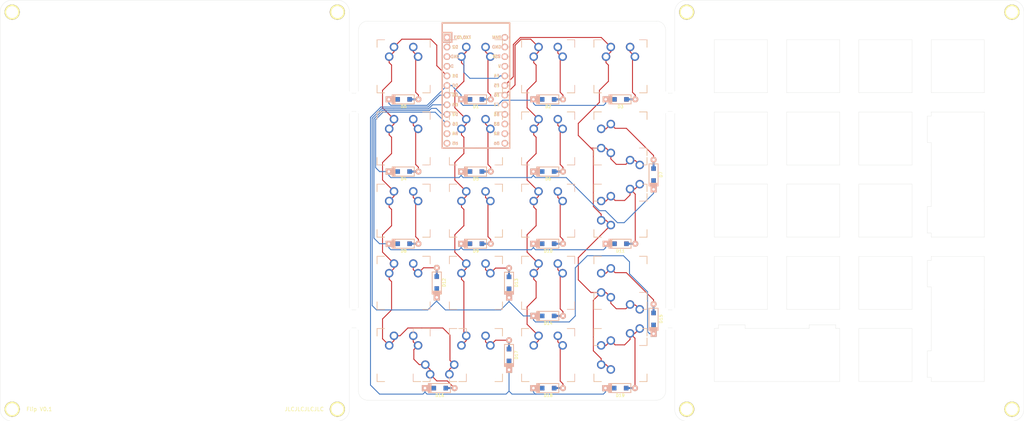
<source format=kicad_pcb>
(kicad_pcb (version 20171130) (host pcbnew "(5.1.4)-1")
  (layers (0 F.Cu signal) (31 B.Cu signal) (34 B.Paste user) (35 F.Paste user) (36 B.SilkS user) (37 F.SilkS user) (38 B.Mask user) (39 F.Mask user) (44 Edge.Cuts user))
  (net 0 "")
  (net 1 "Net-(D0-Pad2)")
  (net 2 "Net-(D1-Pad2)")
  (net 3 "Net-(D2-Pad2)")
  (net 4 "Net-(D3-Pad2)")
  (net 5 "Net-(D4-Pad2)")
  (net 6 "Net-(D5-Pad2)")
  (net 7 "Net-(D6-Pad2)")
  (net 8 "Net-(D7-Pad2)")
  (net 9 "Net-(D8-Pad2)")
  (net 10 "Net-(D9-Pad2)")
  (net 11 "Net-(D10-Pad2)")
  (net 12 "Net-(D11-Pad2)")
  (net 13 "Net-(D12-Pad2)")
  (net 14 "Net-(D13-Pad2)")
  (net 15 "Net-(D14-Pad2)")
  (net 16 "Net-(D15-Pad2)")
  (net 17 "Net-(D16-Pad2)")
  (net 18 "Net-(D17-Pad2)")
  (net 19 "Net-(D18-Pad2)")
  (net 20 "Net-(D19-Pad2)")
  (net 21 C0)
  (net 22 C1)
  (net 23 C2)
  (net 24 C3)
  (net 25 "Net-(U1-Pad24)")
  (net 26 "Net-(U1-Pad12)")
  (net 27 "Net-(U1-Pad23)")
  (net 28 "Net-(U1-Pad22)")
  (net 29 "Net-(U1-Pad21)")
  (net 30 "Net-(U1-Pad17)")
  (net 31 "Net-(U1-Pad16)")
  (net 32 "Net-(U1-Pad15)")
  (net 33 "Net-(U1-Pad14)")
  (net 34 "Net-(U1-Pad13)")
  (net 35 "Net-(U1-Pad11)")
  (net 36 "Net-(U1-Pad4)")
  (net 37 "Net-(U1-Pad3)")
  (net 38 "Net-(U1-Pad2)")
  (net 39 "Net-(U1-Pad1)")
  (net 40 R0)
  (net 41 R1)
  (net 42 R2)
  (net 43 R3)
  (net 44 R4)
  (module random-keyboard-parts:breakaway-mousebites (layer F.Cu) (at 190.5 51.59375 90)
    (fp_text reference REF**)
    (fp_text value breakaway-mousebites)
    (pad "" np_thru_hole circle (at 0 -0.254 90) (size 0.7874 0.7874) (drill 0.7874) (layers *.Cu *.Mask))
    (pad "" np_thru_hole circle (at 1.27 -0.254 90) (size 0.7874 0.7874) (drill 0.7874) (layers *.Cu *.Mask))
    (pad "" np_thru_hole circle (at 2.54 -0.254 90) (size 0.7874 0.7874) (drill 0.7874) (layers *.Cu *.Mask))
    (pad "" np_thru_hole circle (at -1.27 -0.254 90) (size 0.7874 0.7874) (drill 0.7874) (layers *.Cu *.Mask))
    (pad "" np_thru_hole circle (at -2.54 -0.254 90) (size 0.7874 0.7874) (drill 0.7874) (layers *.Cu *.Mask))
  )
  (module random-keyboard-parts:breakaway-mousebites (layer F.Cu) (at 188.11875 51.59375 270)
    (fp_text reference REF**)
    (fp_text value breakaway-mousebites)
    (pad "" np_thru_hole circle (at 0 -0.254 270) (size 0.7874 0.7874) (drill 0.7874) (layers *.Cu *.Mask))
    (pad "" np_thru_hole circle (at 1.27 -0.254 270) (size 0.7874 0.7874) (drill 0.7874) (layers *.Cu *.Mask))
    (pad "" np_thru_hole circle (at 2.54 -0.254 270) (size 0.7874 0.7874) (drill 0.7874) (layers *.Cu *.Mask))
    (pad "" np_thru_hole circle (at -1.27 -0.254 270) (size 0.7874 0.7874) (drill 0.7874) (layers *.Cu *.Mask))
    (pad "" np_thru_hole circle (at -2.54 -0.254 270) (size 0.7874 0.7874) (drill 0.7874) (layers *.Cu *.Mask))
  )
  (module random-keyboard-parts:breakaway-mousebites (layer F.Cu) (at 190.5 108.74375 90)
    (fp_text reference REF**)
    (fp_text value breakaway-mousebites)
    (pad "" np_thru_hole circle (at 0 -0.254 90) (size 0.7874 0.7874) (drill 0.7874) (layers *.Cu *.Mask))
    (pad "" np_thru_hole circle (at 1.27 -0.254 90) (size 0.7874 0.7874) (drill 0.7874) (layers *.Cu *.Mask))
    (pad "" np_thru_hole circle (at 2.54 -0.254 90) (size 0.7874 0.7874) (drill 0.7874) (layers *.Cu *.Mask))
    (pad "" np_thru_hole circle (at -1.27 -0.254 90) (size 0.7874 0.7874) (drill 0.7874) (layers *.Cu *.Mask))
    (pad "" np_thru_hole circle (at -2.54 -0.254 90) (size 0.7874 0.7874) (drill 0.7874) (layers *.Cu *.Mask))
  )
  (module random-keyboard-parts:breakaway-mousebites (layer F.Cu) (at 188.11875 108.74375 270)
    (fp_text reference REF**)
    (fp_text value breakaway-mousebites)
    (pad "" np_thru_hole circle (at 0 -0.254 270) (size 0.7874 0.7874) (drill 0.7874) (layers *.Cu *.Mask))
    (pad "" np_thru_hole circle (at 1.27 -0.254 270) (size 0.7874 0.7874) (drill 0.7874) (layers *.Cu *.Mask))
    (pad "" np_thru_hole circle (at 2.54 -0.254 270) (size 0.7874 0.7874) (drill 0.7874) (layers *.Cu *.Mask))
    (pad "" np_thru_hole circle (at -1.27 -0.254 270) (size 0.7874 0.7874) (drill 0.7874) (layers *.Cu *.Mask))
    (pad "" np_thru_hole circle (at -2.54 -0.254 270) (size 0.7874 0.7874) (drill 0.7874) (layers *.Cu *.Mask))
  )
  (module random-keyboard-parts:breakaway-mousebites (layer F.Cu) (at 107.15625 108.74375 90)
    (fp_text reference REF**)
    (fp_text value breakaway-mousebites)
    (pad "" np_thru_hole circle (at 0 -0.254 90) (size 0.7874 0.7874) (drill 0.7874) (layers *.Cu *.Mask))
    (pad "" np_thru_hole circle (at 1.27 -0.254 90) (size 0.7874 0.7874) (drill 0.7874) (layers *.Cu *.Mask))
    (pad "" np_thru_hole circle (at 2.54 -0.254 90) (size 0.7874 0.7874) (drill 0.7874) (layers *.Cu *.Mask))
    (pad "" np_thru_hole circle (at -1.27 -0.254 90) (size 0.7874 0.7874) (drill 0.7874) (layers *.Cu *.Mask))
    (pad "" np_thru_hole circle (at -2.54 -0.254 90) (size 0.7874 0.7874) (drill 0.7874) (layers *.Cu *.Mask))
  )
  (module random-keyboard-parts:breakaway-mousebites (layer F.Cu) (at 104.775 108.74375 270)
    (fp_text reference REF**)
    (fp_text value breakaway-mousebites)
    (pad "" np_thru_hole circle (at 0 -0.254 270) (size 0.7874 0.7874) (drill 0.7874) (layers *.Cu *.Mask))
    (pad "" np_thru_hole circle (at 1.27 -0.254 270) (size 0.7874 0.7874) (drill 0.7874) (layers *.Cu *.Mask))
    (pad "" np_thru_hole circle (at 2.54 -0.254 270) (size 0.7874 0.7874) (drill 0.7874) (layers *.Cu *.Mask))
    (pad "" np_thru_hole circle (at -1.27 -0.254 270) (size 0.7874 0.7874) (drill 0.7874) (layers *.Cu *.Mask))
    (pad "" np_thru_hole circle (at -2.54 -0.254 270) (size 0.7874 0.7874) (drill 0.7874) (layers *.Cu *.Mask))
  )
  (module random-keyboard-parts:breakaway-mousebites (layer F.Cu) (at 107.15625 51.59375 90)
    (fp_text reference REF**)
    (fp_text value breakaway-mousebites)
    (pad "" np_thru_hole circle (at -2.54 -0.254 90) (size 0.7874 0.7874) (drill 0.7874) (layers *.Cu *.Mask))
    (pad "" np_thru_hole circle (at -1.27 -0.254 90) (size 0.7874 0.7874) (drill 0.7874) (layers *.Cu *.Mask))
    (pad "" np_thru_hole circle (at 2.54 -0.254 90) (size 0.7874 0.7874) (drill 0.7874) (layers *.Cu *.Mask))
    (pad "" np_thru_hole circle (at 1.27 -0.254 90) (size 0.7874 0.7874) (drill 0.7874) (layers *.Cu *.Mask))
    (pad "" np_thru_hole circle (at 0 -0.254 90) (size 0.7874 0.7874) (drill 0.7874) (layers *.Cu *.Mask))
  )
  (module random-keyboard-parts:breakaway-mousebites (layer F.Cu) (at 104.775 51.59375 270)
    (fp_text reference REF**)
    (fp_text value breakaway-mousebites)
    (pad "" np_thru_hole circle (at -2.54 -0.254 270) (size 0.7874 0.7874) (drill 0.7874) (layers *.Cu *.Mask))
    (pad "" np_thru_hole circle (at -1.27 -0.254 270) (size 0.7874 0.7874) (drill 0.7874) (layers *.Cu *.Mask))
    (pad "" np_thru_hole circle (at 2.54 -0.254 270) (size 0.7874 0.7874) (drill 0.7874) (layers *.Cu *.Mask))
    (pad "" np_thru_hole circle (at 1.27 -0.254 270) (size 0.7874 0.7874) (drill 0.7874) (layers *.Cu *.Mask))
    (pad "" np_thru_hole circle (at 0 -0.254 270) (size 0.7874 0.7874) (drill 0.7874) (layers *.Cu *.Mask))
  )
  (module keyboard_parts:HOLE_M3 (layer F.Cu) (at 15.875 27.78125)
    (fp_text reference HOLE_M3 hide)
    (fp_text value VAL** hide)
    (pad 1 thru_hole circle (at 0 0) (size 4 4) (drill 3.2) (layers *.Cu *.Mask F.SilkS))
  )
  (module keyboard_parts:HOLE_M3 (layer F.Cu) (at 101.6 27.78125)
    (fp_text reference HOLE_M3 hide)
    (fp_text value VAL** hide)
    (pad 1 thru_hole circle (at 0 0) (size 4 4) (drill 3.2) (layers *.Cu *.Mask F.SilkS))
  )
  (module keyboard_parts:HOLE_M3 (layer F.Cu) (at 101.6 132.55625)
    (fp_text reference HOLE_M3 hide)
    (fp_text value VAL** hide)
    (pad 1 thru_hole circle (at 0 0) (size 4 4) (drill 3.2) (layers *.Cu *.Mask F.SilkS))
  )
  (module keyboard_parts:HOLE_M3 (layer F.Cu) (at 15.875 132.55625)
    (fp_text reference HOLE_M3 hide)
    (fp_text value VAL** hide)
    (pad 1 thru_hole circle (at 0 0) (size 4 4) (drill 3.2) (layers *.Cu *.Mask F.SilkS))
  )
  (module keyboard_parts:HOLE_M3 (layer F.Cu) (at 279.4 27.78125)
    (fp_text reference HOLE_M3 hide)
    (fp_text value VAL** hide)
    (pad 1 thru_hole circle (at 0 0) (size 4 4) (drill 3.2) (layers *.Cu *.Mask F.SilkS))
  )
  (module keyboard_parts:HOLE_M3 (layer F.Cu) (at 193.675 27.78125)
    (fp_text reference HOLE_M3 hide)
    (fp_text value VAL** hide)
    (pad 1 thru_hole circle (at 0 0) (size 4 4) (drill 3.2) (layers *.Cu *.Mask F.SilkS))
  )
  (module keyboard_parts:HOLE_M3 (layer F.Cu) (at 193.675 132.55625)
    (fp_text reference HOLE_M3 hide)
    (fp_text value VAL** hide)
    (pad 1 thru_hole circle (at 0 0) (size 4 4) (drill 3.2) (layers *.Cu *.Mask F.SilkS))
  )
  (module keyboard_parts:HOLE_M3 (layer F.Cu) (at 279.4 132.55625)
    (fp_text reference HOLE_M3 hide)
    (fp_text value VAL** hide)
    (pad 1 thru_hole circle (at 0 0) (size 4 4) (drill 3.2) (layers *.Cu *.Mask F.SilkS))
  )
  (module MX_Only:MXOnly-1U-NoLED_combined (layer F.Cu) (at 119.0625 42.06875)
    (fp_text reference MXr0c0)
    (fp_text value MX-NoLED)
    (pad "" np_thru_hole circle (at 5.08 0 48.0996) (size 1.75 1.75) (drill 1.75) (layers *.Cu *.Mask))
    (pad "" np_thru_hole circle (at -5.08 0 48.0996) (size 1.75 1.75) (drill 1.75) (layers *.Cu *.Mask))
    (pad 1 thru_hole circle (at -3.81 -2.54) (size 2.25 2.25) (drill 1.47) (layers *.Cu *.Mask) (net 21 C0))
    (pad "" np_thru_hole circle (at 0 0) (size 3.9878 3.9878) (drill 3.9878) (layers *.Cu *.Mask))
    (pad 2 thru_hole circle (at 2.54 -5.08) (size 2.25 2.25) (drill 1.47) (layers *.Cu *.Mask) (net 1 "Net-(D0-Pad2)"))
    (pad 1 thru_hole circle (at -2.54 -5.08) (size 2.25 2.25) (drill 1.47) (layers *.Cu *.Mask) (net 21 C0))
    (pad 2 thru_hole circle (at 3.81 -2.54) (size 2.25 2.25) (drill 1.47) (layers *.Cu *.Mask) (net 1 "Net-(D0-Pad2)"))
  )
  (module MX_Only:MXOnly-1U-NoLED_combined (layer F.Cu) (at 119.0625 80.16875)
    (fp_text reference MXr2c0)
    (fp_text value MX-NoLED)
    (pad "" np_thru_hole circle (at 5.08 0 48.0996) (size 1.75 1.75) (drill 1.75) (layers *.Cu *.Mask))
    (pad "" np_thru_hole circle (at -5.08 0 48.0996) (size 1.75 1.75) (drill 1.75) (layers *.Cu *.Mask))
    (pad 1 thru_hole circle (at -3.81 -2.54) (size 2.25 2.25) (drill 1.47) (layers *.Cu *.Mask) (net 21 C0))
    (pad "" np_thru_hole circle (at 0 0) (size 3.9878 3.9878) (drill 3.9878) (layers *.Cu *.Mask))
    (pad 2 thru_hole circle (at 2.54 -5.08) (size 2.25 2.25) (drill 1.47) (layers *.Cu *.Mask) (net 9 "Net-(D8-Pad2)"))
    (pad 1 thru_hole circle (at -2.54 -5.08) (size 2.25 2.25) (drill 1.47) (layers *.Cu *.Mask) (net 21 C0))
    (pad 2 thru_hole circle (at 3.81 -2.54) (size 2.25 2.25) (drill 1.47) (layers *.Cu *.Mask) (net 9 "Net-(D8-Pad2)"))
  )
  (module MX_Only:MXOnly-1U-NoLED_combined (layer F.Cu) (at 176.2125 42.06875)
    (fp_text reference MXr0c3)
    (fp_text value MX-NoLED)
    (pad "" np_thru_hole circle (at 5.08 0 48.0996) (size 1.75 1.75) (drill 1.75) (layers *.Cu *.Mask))
    (pad "" np_thru_hole circle (at -5.08 0 48.0996) (size 1.75 1.75) (drill 1.75) (layers *.Cu *.Mask))
    (pad 1 thru_hole circle (at -3.81 -2.54) (size 2.25 2.25) (drill 1.47) (layers *.Cu *.Mask) (net 24 C3))
    (pad "" np_thru_hole circle (at 0 0) (size 3.9878 3.9878) (drill 3.9878) (layers *.Cu *.Mask))
    (pad 2 thru_hole circle (at 2.54 -5.08) (size 2.25 2.25) (drill 1.47) (layers *.Cu *.Mask) (net 4 "Net-(D3-Pad2)"))
    (pad 1 thru_hole circle (at -2.54 -5.08) (size 2.25 2.25) (drill 1.47) (layers *.Cu *.Mask) (net 24 C3))
    (pad 2 thru_hole circle (at 3.81 -2.54) (size 2.25 2.25) (drill 1.47) (layers *.Cu *.Mask) (net 4 "Net-(D3-Pad2)"))
  )
  (module MX_Only:MXOnly-1U-NoLED_combined (layer F.Cu) (at 119.0625 61.11875)
    (fp_text reference MXr1c0)
    (fp_text value MX-NoLED)
    (pad "" np_thru_hole circle (at 5.08 0 48.0996) (size 1.75 1.75) (drill 1.75) (layers *.Cu *.Mask))
    (pad "" np_thru_hole circle (at -5.08 0 48.0996) (size 1.75 1.75) (drill 1.75) (layers *.Cu *.Mask))
    (pad 1 thru_hole circle (at -3.81 -2.54) (size 2.25 2.25) (drill 1.47) (layers *.Cu *.Mask) (net 21 C0))
    (pad "" np_thru_hole circle (at 0 0) (size 3.9878 3.9878) (drill 3.9878) (layers *.Cu *.Mask))
    (pad 2 thru_hole circle (at 2.54 -5.08) (size 2.25 2.25) (drill 1.47) (layers *.Cu *.Mask) (net 5 "Net-(D4-Pad2)"))
    (pad 1 thru_hole circle (at -2.54 -5.08) (size 2.25 2.25) (drill 1.47) (layers *.Cu *.Mask) (net 21 C0))
    (pad 2 thru_hole circle (at 3.81 -2.54) (size 2.25 2.25) (drill 1.47) (layers *.Cu *.Mask) (net 5 "Net-(D4-Pad2)"))
  )
  (module keyboard_parts:D_SOD123_axial (layer F.Cu) (at 119.0625 50.8)
    (fp_text reference D0 (at 0 1.925) (layer F.SilkS) (effects (font (size 0.8 0.8))))
    (fp_text value D hide)
    (pad 2 smd rect (at 2.7 0) (size 2.5 0.5) (layers *.Cu) (net 1 "Net-(D0-Pad2)"))
    (pad 1 smd rect (at -2.7 0) (size 2.5 0.5) (layers *.Cu) (net 40 R0))
    (pad 2 thru_hole circle (at 3.9 0) (size 1.6 1.6) (drill 0.7) (layers *.Cu *.SilkS *.Mask) (net 1 "Net-(D0-Pad2)"))
    (pad 1 thru_hole rect (at -3.9 0) (size 1.6 1.6) (drill 0.7) (layers *.Cu *.SilkS *.Mask) (net 40 R0))
    (pad 1 smd rect (at -1.575 0) (size 1.2 1.2) (layers *.Cu *.Paste *.Mask) (net 40 R0))
    (pad 2 smd rect (at 1.575 0) (size 1.2 1.2) (layers *.Cu *.Paste *.Mask) (net 1 "Net-(D0-Pad2)"))
  )
  (module MX_Only:MXOnly-1U-NoLED_combined (layer F.Cu) (at 138.1125 42.06875)
    (fp_text reference MXr0c1)
    (fp_text value MX-NoLED)
    (pad "" np_thru_hole circle (at 5.08 0 48.0996) (size 1.75 1.75) (drill 1.75) (layers *.Cu *.Mask))
    (pad "" np_thru_hole circle (at -5.08 0 48.0996) (size 1.75 1.75) (drill 1.75) (layers *.Cu *.Mask))
    (pad 1 thru_hole circle (at -3.81 -2.54) (size 2.25 2.25) (drill 1.47) (layers *.Cu *.Mask) (net 22 C1))
    (pad "" np_thru_hole circle (at 0 0) (size 3.9878 3.9878) (drill 3.9878) (layers *.Cu *.Mask))
    (pad 2 thru_hole circle (at 2.54 -5.08) (size 2.25 2.25) (drill 1.47) (layers *.Cu *.Mask) (net 2 "Net-(D1-Pad2)"))
    (pad 1 thru_hole circle (at -2.54 -5.08) (size 2.25 2.25) (drill 1.47) (layers *.Cu *.Mask) (net 22 C1))
    (pad 2 thru_hole circle (at 3.81 -2.54) (size 2.25 2.25) (drill 1.47) (layers *.Cu *.Mask) (net 2 "Net-(D1-Pad2)"))
  )
  (module MX_Only:MXOnly-1U-NoLED_combined (layer F.Cu) (at 157.1625 42.06875)
    (fp_text reference MXr0c2)
    (fp_text value MX-NoLED)
    (pad "" np_thru_hole circle (at 5.08 0 48.0996) (size 1.75 1.75) (drill 1.75) (layers *.Cu *.Mask))
    (pad "" np_thru_hole circle (at -5.08 0 48.0996) (size 1.75 1.75) (drill 1.75) (layers *.Cu *.Mask))
    (pad 1 thru_hole circle (at -3.81 -2.54) (size 2.25 2.25) (drill 1.47) (layers *.Cu *.Mask) (net 23 C2))
    (pad "" np_thru_hole circle (at 0 0) (size 3.9878 3.9878) (drill 3.9878) (layers *.Cu *.Mask))
    (pad 2 thru_hole circle (at 2.54 -5.08) (size 2.25 2.25) (drill 1.47) (layers *.Cu *.Mask) (net 3 "Net-(D2-Pad2)"))
    (pad 1 thru_hole circle (at -2.54 -5.08) (size 2.25 2.25) (drill 1.47) (layers *.Cu *.Mask) (net 23 C2))
    (pad 2 thru_hole circle (at 3.81 -2.54) (size 2.25 2.25) (drill 1.47) (layers *.Cu *.Mask) (net 3 "Net-(D2-Pad2)"))
  )
  (module MX_Only:MXOnly-1U-NoLED_combined (layer F.Cu) (at 157.1625 61.11875)
    (fp_text reference MXr1c2)
    (fp_text value MX-NoLED)
    (pad "" np_thru_hole circle (at 5.08 0 48.0996) (size 1.75 1.75) (drill 1.75) (layers *.Cu *.Mask))
    (pad "" np_thru_hole circle (at -5.08 0 48.0996) (size 1.75 1.75) (drill 1.75) (layers *.Cu *.Mask))
    (pad 1 thru_hole circle (at -3.81 -2.54) (size 2.25 2.25) (drill 1.47) (layers *.Cu *.Mask) (net 23 C2))
    (pad "" np_thru_hole circle (at 0 0) (size 3.9878 3.9878) (drill 3.9878) (layers *.Cu *.Mask))
    (pad 2 thru_hole circle (at 2.54 -5.08) (size 2.25 2.25) (drill 1.47) (layers *.Cu *.Mask) (net 7 "Net-(D6-Pad2)"))
    (pad 1 thru_hole circle (at -2.54 -5.08) (size 2.25 2.25) (drill 1.47) (layers *.Cu *.Mask) (net 23 C2))
    (pad 2 thru_hole circle (at 3.81 -2.54) (size 2.25 2.25) (drill 1.47) (layers *.Cu *.Mask) (net 7 "Net-(D6-Pad2)"))
  )
  (module MX_Only:MXOnly-1U-NoLED_combined (layer F.Cu) (at 157.1625 99.21875)
    (fp_text reference MXr3c2)
    (fp_text value MX-NoLED)
    (pad "" np_thru_hole circle (at 5.08 0 48.0996) (size 1.75 1.75) (drill 1.75) (layers *.Cu *.Mask))
    (pad "" np_thru_hole circle (at -5.08 0 48.0996) (size 1.75 1.75) (drill 1.75) (layers *.Cu *.Mask))
    (pad 1 thru_hole circle (at -3.81 -2.54) (size 2.25 2.25) (drill 1.47) (layers *.Cu *.Mask) (net 23 C2))
    (pad "" np_thru_hole circle (at 0 0) (size 3.9878 3.9878) (drill 3.9878) (layers *.Cu *.Mask))
    (pad 2 thru_hole circle (at 2.54 -5.08) (size 2.25 2.25) (drill 1.47) (layers *.Cu *.Mask) (net 15 "Net-(D14-Pad2)"))
    (pad 1 thru_hole circle (at -2.54 -5.08) (size 2.25 2.25) (drill 1.47) (layers *.Cu *.Mask) (net 23 C2))
    (pad 2 thru_hole circle (at 3.81 -2.54) (size 2.25 2.25) (drill 1.47) (layers *.Cu *.Mask) (net 15 "Net-(D14-Pad2)"))
  )
  (module MX_Only:MXOnly-1U-NoLED_combined (layer F.Cu) (at 157.1625 118.26875)
    (fp_text reference MXr4c2)
    (fp_text value MX-NoLED)
    (pad "" np_thru_hole circle (at 5.08 0 48.0996) (size 1.75 1.75) (drill 1.75) (layers *.Cu *.Mask))
    (pad "" np_thru_hole circle (at -5.08 0 48.0996) (size 1.75 1.75) (drill 1.75) (layers *.Cu *.Mask))
    (pad 1 thru_hole circle (at -3.81 -2.54) (size 2.25 2.25) (drill 1.47) (layers *.Cu *.Mask) (net 23 C2))
    (pad "" np_thru_hole circle (at 0 0) (size 3.9878 3.9878) (drill 3.9878) (layers *.Cu *.Mask))
    (pad 2 thru_hole circle (at 2.54 -5.08) (size 2.25 2.25) (drill 1.47) (layers *.Cu *.Mask) (net 19 "Net-(D18-Pad2)"))
    (pad 1 thru_hole circle (at -2.54 -5.08) (size 2.25 2.25) (drill 1.47) (layers *.Cu *.Mask) (net 23 C2))
    (pad 2 thru_hole circle (at 3.81 -2.54) (size 2.25 2.25) (drill 1.47) (layers *.Cu *.Mask) (net 19 "Net-(D18-Pad2)"))
  )
  (module MX_Only:MXOnly-1U-NoLED_combined (layer F.Cu) (at 119.0625 118.26875)
    (fp_text reference MXr4c0)
    (fp_text value MX-NoLED)
    (pad "" np_thru_hole circle (at 5.08 0 48.0996) (size 1.75 1.75) (drill 1.75) (layers *.Cu *.Mask))
    (pad "" np_thru_hole circle (at -5.08 0 48.0996) (size 1.75 1.75) (drill 1.75) (layers *.Cu *.Mask))
    (pad 1 thru_hole circle (at -3.81 -2.54) (size 2.25 2.25) (drill 1.47) (layers *.Cu *.Mask) (net 21 C0))
    (pad "" np_thru_hole circle (at 0 0) (size 3.9878 3.9878) (drill 3.9878) (layers *.Cu *.Mask))
    (pad 2 thru_hole circle (at 2.54 -5.08) (size 2.25 2.25) (drill 1.47) (layers *.Cu *.Mask) (net 17 "Net-(D16-Pad2)"))
    (pad 1 thru_hole circle (at -2.54 -5.08) (size 2.25 2.25) (drill 1.47) (layers *.Cu *.Mask) (net 21 C0))
    (pad 2 thru_hole circle (at 3.81 -2.54) (size 2.25 2.25) (drill 1.47) (layers *.Cu *.Mask) (net 17 "Net-(D16-Pad2)"))
  )
  (module MX_Only:MXOnly-2U-NoLED_combined (layer F.Cu) (at 176.2125 70.64375 270)
    (fp_text reference MXr2c3_u2)
    (fp_text value MX-NoLED)
    (pad "" np_thru_hole circle (at 11.90625 8.255 270) (size 3.9878 3.9878) (drill 3.9878) (layers *.Cu *.Mask))
    (pad "" np_thru_hole circle (at -11.90625 8.255 270) (size 3.9878 3.9878) (drill 3.9878) (layers *.Cu *.Mask))
    (pad "" np_thru_hole circle (at 11.90625 -6.985 270) (size 3.048 3.048) (drill 3.048) (layers *.Cu *.Mask))
    (pad "" np_thru_hole circle (at -11.90625 -6.985 270) (size 3.048 3.048) (drill 3.048) (layers *.Cu *.Mask))
    (pad "" np_thru_hole circle (at 5.08 0 318.0996) (size 1.75 1.75) (drill 1.75) (layers *.Cu *.Mask))
    (pad "" np_thru_hole circle (at -5.08 0 318.0996) (size 1.75 1.75) (drill 1.75) (layers *.Cu *.Mask))
    (pad 1 thru_hole circle (at -3.81 -2.54 270) (size 2.25 2.25) (drill 1.47) (layers *.Cu *.Mask) (net 24 C3))
    (pad "" np_thru_hole circle (at 0 0 270) (size 3.9878 3.9878) (drill 3.9878) (layers *.Cu *.Mask))
    (pad 2 thru_hole circle (at 2.54 -5.08 270) (size 2.25 2.25) (drill 1.47) (layers *.Cu *.Mask) (net 12 "Net-(D11-Pad2)"))
    (pad 1 thru_hole circle (at -2.54 -5.08 270) (size 2.25 2.25) (drill 1.47) (layers *.Cu *.Mask) (net 24 C3))
    (pad 2 thru_hole circle (at 3.81 -2.54 270) (size 2.25 2.25) (drill 1.47) (layers *.Cu *.Mask) (net 12 "Net-(D11-Pad2)"))
  )
  (module MX_Only:MXOnly-2U-NoLED_combined (layer F.Cu) (at 176.2125 108.74375 270)
    (fp_text reference MXr4c3_u2)
    (fp_text value MX-NoLED)
    (pad "" np_thru_hole circle (at 11.90625 8.255 270) (size 3.9878 3.9878) (drill 3.9878) (layers *.Cu *.Mask))
    (pad "" np_thru_hole circle (at -11.90625 8.255 270) (size 3.9878 3.9878) (drill 3.9878) (layers *.Cu *.Mask))
    (pad "" np_thru_hole circle (at 11.90625 -6.985 270) (size 3.048 3.048) (drill 3.048) (layers *.Cu *.Mask))
    (pad "" np_thru_hole circle (at -11.90625 -6.985 270) (size 3.048 3.048) (drill 3.048) (layers *.Cu *.Mask))
    (pad "" np_thru_hole circle (at 5.08 0 318.0996) (size 1.75 1.75) (drill 1.75) (layers *.Cu *.Mask))
    (pad "" np_thru_hole circle (at -5.08 0 318.0996) (size 1.75 1.75) (drill 1.75) (layers *.Cu *.Mask))
    (pad 1 thru_hole circle (at -3.81 -2.54 270) (size 2.25 2.25) (drill 1.47) (layers *.Cu *.Mask) (net 24 C3))
    (pad "" np_thru_hole circle (at 0 0 270) (size 3.9878 3.9878) (drill 3.9878) (layers *.Cu *.Mask))
    (pad 2 thru_hole circle (at 2.54 -5.08 270) (size 2.25 2.25) (drill 1.47) (layers *.Cu *.Mask) (net 20 "Net-(D19-Pad2)"))
    (pad 1 thru_hole circle (at -2.54 -5.08 270) (size 2.25 2.25) (drill 1.47) (layers *.Cu *.Mask) (net 24 C3))
    (pad 2 thru_hole circle (at 3.81 -2.54 270) (size 2.25 2.25) (drill 1.47) (layers *.Cu *.Mask) (net 20 "Net-(D19-Pad2)"))
  )
  (module MX_Only:MXOnly-1U-NoLED_combined (layer F.Cu) (at 138.1125 118.26875)
    (fp_text reference MXr4c1)
    (fp_text value MX-NoLED)
    (pad "" np_thru_hole circle (at 5.08 0 48.0996) (size 1.75 1.75) (drill 1.75) (layers *.Cu *.Mask))
    (pad "" np_thru_hole circle (at -5.08 0 48.0996) (size 1.75 1.75) (drill 1.75) (layers *.Cu *.Mask))
    (pad 1 thru_hole circle (at -3.81 -2.54) (size 2.25 2.25) (drill 1.47) (layers *.Cu *.Mask) (net 22 C1))
    (pad "" np_thru_hole circle (at 0 0) (size 3.9878 3.9878) (drill 3.9878) (layers *.Cu *.Mask))
    (pad 2 thru_hole circle (at 2.54 -5.08) (size 2.25 2.25) (drill 1.47) (layers *.Cu *.Mask) (net 18 "Net-(D17-Pad2)"))
    (pad 1 thru_hole circle (at -2.54 -5.08) (size 2.25 2.25) (drill 1.47) (layers *.Cu *.Mask) (net 22 C1))
    (pad 2 thru_hole circle (at 3.81 -2.54) (size 2.25 2.25) (drill 1.47) (layers *.Cu *.Mask) (net 18 "Net-(D17-Pad2)"))
  )
  (module MX_Only:MXOnly-2U-NoLED_combined (layer F.Cu) (at 128.5875 118.26875 180)
    (fp_text reference MXr4c0_u2)
    (fp_text value MX-NoLED)
    (pad "" np_thru_hole circle (at 11.90625 8.255 180) (size 3.9878 3.9878) (drill 3.9878) (layers *.Cu *.Mask))
    (pad "" np_thru_hole circle (at -11.90625 8.255 180) (size 3.9878 3.9878) (drill 3.9878) (layers *.Cu *.Mask))
    (pad "" np_thru_hole circle (at 11.90625 -6.985 180) (size 3.048 3.048) (drill 3.048) (layers *.Cu *.Mask))
    (pad "" np_thru_hole circle (at -11.90625 -6.985 180) (size 3.048 3.048) (drill 3.048) (layers *.Cu *.Mask))
    (pad "" np_thru_hole circle (at 5.08 0 228.0996) (size 1.75 1.75) (drill 1.75) (layers *.Cu *.Mask))
    (pad "" np_thru_hole circle (at -5.08 0 228.0996) (size 1.75 1.75) (drill 1.75) (layers *.Cu *.Mask))
    (pad 1 thru_hole circle (at -3.81 -2.54 180) (size 2.25 2.25) (drill 1.47) (layers *.Cu *.Mask) (net 21 C0))
    (pad "" np_thru_hole circle (at 0 0 180) (size 3.9878 3.9878) (drill 3.9878) (layers *.Cu *.Mask))
    (pad 2 thru_hole circle (at 2.54 -5.08 180) (size 2.25 2.25) (drill 1.47) (layers *.Cu *.Mask) (net 17 "Net-(D16-Pad2)"))
    (pad 1 thru_hole circle (at -2.54 -5.08 180) (size 2.25 2.25) (drill 1.47) (layers *.Cu *.Mask) (net 21 C0))
    (pad 2 thru_hole circle (at 3.81 -2.54 180) (size 2.25 2.25) (drill 1.47) (layers *.Cu *.Mask) (net 17 "Net-(D16-Pad2)"))
  )
  (module keyboard_parts:D_SOD123_axial (layer F.Cu) (at 138.1125 50.8)
    (fp_text reference D1 (at 0 1.925) (layer F.SilkS) (effects (font (size 0.8 0.8))))
    (fp_text value D hide)
    (pad 2 smd rect (at 2.7 0) (size 2.5 0.5) (layers *.Cu) (net 2 "Net-(D1-Pad2)"))
    (pad 1 smd rect (at -2.7 0) (size 2.5 0.5) (layers *.Cu) (net 40 R0))
    (pad 2 thru_hole circle (at 3.9 0) (size 1.6 1.6) (drill 0.7) (layers *.Cu *.SilkS *.Mask) (net 2 "Net-(D1-Pad2)"))
    (pad 1 thru_hole rect (at -3.9 0) (size 1.6 1.6) (drill 0.7) (layers *.Cu *.SilkS *.Mask) (net 40 R0))
    (pad 1 smd rect (at -1.575 0) (size 1.2 1.2) (layers *.Cu *.Paste *.Mask) (net 40 R0))
    (pad 2 smd rect (at 1.575 0) (size 1.2 1.2) (layers *.Cu *.Paste *.Mask) (net 2 "Net-(D1-Pad2)"))
  )
  (module keyboard_parts:D_SOD123_axial (layer F.Cu) (at 157.1625 50.8)
    (fp_text reference D2 (at 0 1.925) (layer F.SilkS) (effects (font (size 0.8 0.8))))
    (fp_text value D hide)
    (pad 2 smd rect (at 2.7 0) (size 2.5 0.5) (layers *.Cu) (net 3 "Net-(D2-Pad2)"))
    (pad 1 smd rect (at -2.7 0) (size 2.5 0.5) (layers *.Cu) (net 40 R0))
    (pad 2 thru_hole circle (at 3.9 0) (size 1.6 1.6) (drill 0.7) (layers *.Cu *.SilkS *.Mask) (net 3 "Net-(D2-Pad2)"))
    (pad 1 thru_hole rect (at -3.9 0) (size 1.6 1.6) (drill 0.7) (layers *.Cu *.SilkS *.Mask) (net 40 R0))
    (pad 1 smd rect (at -1.575 0) (size 1.2 1.2) (layers *.Cu *.Paste *.Mask) (net 40 R0))
    (pad 2 smd rect (at 1.575 0) (size 1.2 1.2) (layers *.Cu *.Paste *.Mask) (net 3 "Net-(D2-Pad2)"))
  )
  (module keyboard_parts:D_SOD123_axial (layer F.Cu) (at 176.2125 50.8)
    (fp_text reference D3 (at 0 1.925) (layer F.SilkS) (effects (font (size 0.8 0.8))))
    (fp_text value D hide)
    (pad 2 smd rect (at 2.7 0) (size 2.5 0.5) (layers *.Cu) (net 4 "Net-(D3-Pad2)"))
    (pad 1 smd rect (at -2.7 0) (size 2.5 0.5) (layers *.Cu) (net 40 R0))
    (pad 2 thru_hole circle (at 3.9 0) (size 1.6 1.6) (drill 0.7) (layers *.Cu *.SilkS *.Mask) (net 4 "Net-(D3-Pad2)"))
    (pad 1 thru_hole rect (at -3.9 0) (size 1.6 1.6) (drill 0.7) (layers *.Cu *.SilkS *.Mask) (net 40 R0))
    (pad 1 smd rect (at -1.575 0) (size 1.2 1.2) (layers *.Cu *.Paste *.Mask) (net 40 R0))
    (pad 2 smd rect (at 1.575 0) (size 1.2 1.2) (layers *.Cu *.Paste *.Mask) (net 4 "Net-(D3-Pad2)"))
  )
  (module keyboard_parts:D_SOD123_axial (layer F.Cu) (at 119.0625 69.85)
    (fp_text reference D4 (at 0 1.925) (layer F.SilkS) (effects (font (size 0.8 0.8))))
    (fp_text value D hide)
    (pad 2 smd rect (at 2.7 0) (size 2.5 0.5) (layers *.Cu) (net 5 "Net-(D4-Pad2)"))
    (pad 1 smd rect (at -2.7 0) (size 2.5 0.5) (layers *.Cu) (net 41 R1))
    (pad 2 thru_hole circle (at 3.9 0) (size 1.6 1.6) (drill 0.7) (layers *.Cu *.SilkS *.Mask) (net 5 "Net-(D4-Pad2)"))
    (pad 1 thru_hole rect (at -3.9 0) (size 1.6 1.6) (drill 0.7) (layers *.Cu *.SilkS *.Mask) (net 41 R1))
    (pad 1 smd rect (at -1.575 0) (size 1.2 1.2) (layers *.Cu *.Paste *.Mask) (net 41 R1))
    (pad 2 smd rect (at 1.575 0) (size 1.2 1.2) (layers *.Cu *.Paste *.Mask) (net 5 "Net-(D4-Pad2)"))
  )
  (module keyboard_parts:D_SOD123_axial (layer F.Cu) (at 138.1125 69.85)
    (fp_text reference D5 (at 0 1.925) (layer F.SilkS) (effects (font (size 0.8 0.8))))
    (fp_text value D hide)
    (pad 2 smd rect (at 2.7 0) (size 2.5 0.5) (layers *.Cu) (net 6 "Net-(D5-Pad2)"))
    (pad 1 smd rect (at -2.7 0) (size 2.5 0.5) (layers *.Cu) (net 41 R1))
    (pad 2 thru_hole circle (at 3.9 0) (size 1.6 1.6) (drill 0.7) (layers *.Cu *.SilkS *.Mask) (net 6 "Net-(D5-Pad2)"))
    (pad 1 thru_hole rect (at -3.9 0) (size 1.6 1.6) (drill 0.7) (layers *.Cu *.SilkS *.Mask) (net 41 R1))
    (pad 1 smd rect (at -1.575 0) (size 1.2 1.2) (layers *.Cu *.Paste *.Mask) (net 41 R1))
    (pad 2 smd rect (at 1.575 0) (size 1.2 1.2) (layers *.Cu *.Paste *.Mask) (net 6 "Net-(D5-Pad2)"))
  )
  (module keyboard_parts:D_SOD123_axial (layer F.Cu) (at 157.1625 69.85)
    (fp_text reference D6 (at 0 1.925) (layer F.SilkS) (effects (font (size 0.8 0.8))))
    (fp_text value D hide)
    (pad 2 smd rect (at 2.7 0) (size 2.5 0.5) (layers *.Cu) (net 7 "Net-(D6-Pad2)"))
    (pad 1 smd rect (at -2.7 0) (size 2.5 0.5) (layers *.Cu) (net 41 R1))
    (pad 2 thru_hole circle (at 3.9 0) (size 1.6 1.6) (drill 0.7) (layers *.Cu *.SilkS *.Mask) (net 7 "Net-(D6-Pad2)"))
    (pad 1 thru_hole rect (at -3.9 0) (size 1.6 1.6) (drill 0.7) (layers *.Cu *.SilkS *.Mask) (net 41 R1))
    (pad 1 smd rect (at -1.575 0) (size 1.2 1.2) (layers *.Cu *.Paste *.Mask) (net 41 R1))
    (pad 2 smd rect (at 1.575 0) (size 1.2 1.2) (layers *.Cu *.Paste *.Mask) (net 7 "Net-(D6-Pad2)"))
  )
  (module keyboard_parts:D_SOD123_axial (layer F.Cu) (at 184.94375 70.64375 90)
    (fp_text reference D7 (at 0 1.925 90) (layer F.SilkS) (effects (font (size 0.8 0.8))))
    (fp_text value D hide)
    (pad 2 smd rect (at 2.7 0 90) (size 2.5 0.5) (layers *.Cu) (net 8 "Net-(D7-Pad2)"))
    (pad 1 smd rect (at -2.7 0 90) (size 2.5 0.5) (layers *.Cu) (net 41 R1))
    (pad 2 thru_hole circle (at 3.9 0 90) (size 1.6 1.6) (drill 0.7) (layers *.Cu *.SilkS *.Mask) (net 8 "Net-(D7-Pad2)"))
    (pad 1 thru_hole rect (at -3.9 0 90) (size 1.6 1.6) (drill 0.7) (layers *.Cu *.SilkS *.Mask) (net 41 R1))
    (pad 1 smd rect (at -1.575 0 90) (size 1.2 1.2) (layers *.Cu *.Paste *.Mask) (net 41 R1))
    (pad 2 smd rect (at 1.575 0 90) (size 1.2 1.2) (layers *.Cu *.Paste *.Mask) (net 8 "Net-(D7-Pad2)"))
  )
  (module keyboard_parts:D_SOD123_axial (layer F.Cu) (at 119.0625 88.9)
    (fp_text reference D8 (at 0 1.925) (layer F.SilkS) (effects (font (size 0.8 0.8))))
    (fp_text value D hide)
    (pad 2 smd rect (at 2.7 0) (size 2.5 0.5) (layers *.Cu) (net 9 "Net-(D8-Pad2)"))
    (pad 1 smd rect (at -2.7 0) (size 2.5 0.5) (layers *.Cu) (net 42 R2))
    (pad 2 thru_hole circle (at 3.9 0) (size 1.6 1.6) (drill 0.7) (layers *.Cu *.SilkS *.Mask) (net 9 "Net-(D8-Pad2)"))
    (pad 1 thru_hole rect (at -3.9 0) (size 1.6 1.6) (drill 0.7) (layers *.Cu *.SilkS *.Mask) (net 42 R2))
    (pad 1 smd rect (at -1.575 0) (size 1.2 1.2) (layers *.Cu *.Paste *.Mask) (net 42 R2))
    (pad 2 smd rect (at 1.575 0) (size 1.2 1.2) (layers *.Cu *.Paste *.Mask) (net 9 "Net-(D8-Pad2)"))
  )
  (module keyboard_parts:D_SOD123_axial (layer F.Cu) (at 138.1125 88.9)
    (fp_text reference D9 (at 0 1.925) (layer F.SilkS) (effects (font (size 0.8 0.8))))
    (fp_text value D hide)
    (pad 2 smd rect (at 2.7 0) (size 2.5 0.5) (layers *.Cu) (net 10 "Net-(D9-Pad2)"))
    (pad 1 smd rect (at -2.7 0) (size 2.5 0.5) (layers *.Cu) (net 42 R2))
    (pad 2 thru_hole circle (at 3.9 0) (size 1.6 1.6) (drill 0.7) (layers *.Cu *.SilkS *.Mask) (net 10 "Net-(D9-Pad2)"))
    (pad 1 thru_hole rect (at -3.9 0) (size 1.6 1.6) (drill 0.7) (layers *.Cu *.SilkS *.Mask) (net 42 R2))
    (pad 1 smd rect (at -1.575 0) (size 1.2 1.2) (layers *.Cu *.Paste *.Mask) (net 42 R2))
    (pad 2 smd rect (at 1.575 0) (size 1.2 1.2) (layers *.Cu *.Paste *.Mask) (net 10 "Net-(D9-Pad2)"))
  )
  (module keyboard_parts:D_SOD123_axial (layer F.Cu) (at 157.1625 88.9)
    (fp_text reference D10 (at 0 1.925) (layer F.SilkS) (effects (font (size 0.8 0.8))))
    (fp_text value D hide)
    (pad 2 smd rect (at 2.7 0) (size 2.5 0.5) (layers *.Cu) (net 11 "Net-(D10-Pad2)"))
    (pad 1 smd rect (at -2.7 0) (size 2.5 0.5) (layers *.Cu) (net 42 R2))
    (pad 2 thru_hole circle (at 3.9 0) (size 1.6 1.6) (drill 0.7) (layers *.Cu *.SilkS *.Mask) (net 11 "Net-(D10-Pad2)"))
    (pad 1 thru_hole rect (at -3.9 0) (size 1.6 1.6) (drill 0.7) (layers *.Cu *.SilkS *.Mask) (net 42 R2))
    (pad 1 smd rect (at -1.575 0) (size 1.2 1.2) (layers *.Cu *.Paste *.Mask) (net 42 R2))
    (pad 2 smd rect (at 1.575 0) (size 1.2 1.2) (layers *.Cu *.Paste *.Mask) (net 11 "Net-(D10-Pad2)"))
  )
  (module keyboard_parts:D_SOD123_axial (layer F.Cu) (at 176.2125 88.9)
    (fp_text reference D11 (at 0 1.925) (layer F.SilkS) (effects (font (size 0.8 0.8))))
    (fp_text value D hide)
    (pad 2 smd rect (at 2.7 0) (size 2.5 0.5) (layers *.Cu) (net 12 "Net-(D11-Pad2)"))
    (pad 1 smd rect (at -2.7 0) (size 2.5 0.5) (layers *.Cu) (net 42 R2))
    (pad 2 thru_hole circle (at 3.9 0) (size 1.6 1.6) (drill 0.7) (layers *.Cu *.SilkS *.Mask) (net 12 "Net-(D11-Pad2)"))
    (pad 1 thru_hole rect (at -3.9 0) (size 1.6 1.6) (drill 0.7) (layers *.Cu *.SilkS *.Mask) (net 42 R2))
    (pad 1 smd rect (at -1.575 0) (size 1.2 1.2) (layers *.Cu *.Paste *.Mask) (net 42 R2))
    (pad 2 smd rect (at 1.575 0) (size 1.2 1.2) (layers *.Cu *.Paste *.Mask) (net 12 "Net-(D11-Pad2)"))
  )
  (module keyboard_parts:D_SOD123_axial (layer F.Cu) (at 127.79375 99.15 90)
    (fp_text reference D12 (at 0 1.925 90) (layer F.SilkS) (effects (font (size 0.8 0.8))))
    (fp_text value D hide)
    (pad 2 smd rect (at 2.7 0 90) (size 2.5 0.5) (layers *.Cu) (net 13 "Net-(D12-Pad2)"))
    (pad 1 smd rect (at -2.7 0 90) (size 2.5 0.5) (layers *.Cu) (net 43 R3))
    (pad 2 thru_hole circle (at 3.9 0 90) (size 1.6 1.6) (drill 0.7) (layers *.Cu *.SilkS *.Mask) (net 13 "Net-(D12-Pad2)"))
    (pad 1 thru_hole rect (at -3.9 0 90) (size 1.6 1.6) (drill 0.7) (layers *.Cu *.SilkS *.Mask) (net 43 R3))
    (pad 1 smd rect (at -1.575 0 90) (size 1.2 1.2) (layers *.Cu *.Paste *.Mask) (net 43 R3))
    (pad 2 smd rect (at 1.575 0 90) (size 1.2 1.2) (layers *.Cu *.Paste *.Mask) (net 13 "Net-(D12-Pad2)"))
  )
  (module keyboard_parts:D_SOD123_axial (layer F.Cu) (at 146.84375 99.21875 90)
    (fp_text reference D13 (at 0 1.925 90) (layer F.SilkS) (effects (font (size 0.8 0.8))))
    (fp_text value D hide)
    (pad 2 smd rect (at 2.7 0 90) (size 2.5 0.5) (layers *.Cu) (net 14 "Net-(D13-Pad2)"))
    (pad 1 smd rect (at -2.7 0 90) (size 2.5 0.5) (layers *.Cu) (net 43 R3))
    (pad 2 thru_hole circle (at 3.9 0 90) (size 1.6 1.6) (drill 0.7) (layers *.Cu *.SilkS *.Mask) (net 14 "Net-(D13-Pad2)"))
    (pad 1 thru_hole rect (at -3.9 0 90) (size 1.6 1.6) (drill 0.7) (layers *.Cu *.SilkS *.Mask) (net 43 R3))
    (pad 1 smd rect (at -1.575 0 90) (size 1.2 1.2) (layers *.Cu *.Paste *.Mask) (net 43 R3))
    (pad 2 smd rect (at 1.575 0 90) (size 1.2 1.2) (layers *.Cu *.Paste *.Mask) (net 14 "Net-(D13-Pad2)"))
  )
  (module keyboard_parts:D_SOD123_axial (layer F.Cu) (at 157.1625 107.95)
    (fp_text reference D14 (at 0 1.925) (layer F.SilkS) (effects (font (size 0.8 0.8))))
    (fp_text value D hide)
    (pad 2 smd rect (at 2.7 0) (size 2.5 0.5) (layers *.Cu) (net 15 "Net-(D14-Pad2)"))
    (pad 1 smd rect (at -2.7 0) (size 2.5 0.5) (layers *.Cu) (net 43 R3))
    (pad 2 thru_hole circle (at 3.9 0) (size 1.6 1.6) (drill 0.7) (layers *.Cu *.SilkS *.Mask) (net 15 "Net-(D14-Pad2)"))
    (pad 1 thru_hole rect (at -3.9 0) (size 1.6 1.6) (drill 0.7) (layers *.Cu *.SilkS *.Mask) (net 43 R3))
    (pad 1 smd rect (at -1.575 0) (size 1.2 1.2) (layers *.Cu *.Paste *.Mask) (net 43 R3))
    (pad 2 smd rect (at 1.575 0) (size 1.2 1.2) (layers *.Cu *.Paste *.Mask) (net 15 "Net-(D14-Pad2)"))
  )
  (module keyboard_parts:D_SOD123_axial (layer F.Cu) (at 184.94375 108.74375 90)
    (fp_text reference D15 (at 0 1.925 90) (layer F.SilkS) (effects (font (size 0.8 0.8))))
    (fp_text value D hide)
    (pad 2 smd rect (at 2.7 0 90) (size 2.5 0.5) (layers *.Cu) (net 16 "Net-(D15-Pad2)"))
    (pad 1 smd rect (at -2.7 0 90) (size 2.5 0.5) (layers *.Cu) (net 43 R3))
    (pad 2 thru_hole circle (at 3.9 0 90) (size 1.6 1.6) (drill 0.7) (layers *.Cu *.SilkS *.Mask) (net 16 "Net-(D15-Pad2)"))
    (pad 1 thru_hole rect (at -3.9 0 90) (size 1.6 1.6) (drill 0.7) (layers *.Cu *.SilkS *.Mask) (net 43 R3))
    (pad 1 smd rect (at -1.575 0 90) (size 1.2 1.2) (layers *.Cu *.Paste *.Mask) (net 43 R3))
    (pad 2 smd rect (at 1.575 0 90) (size 1.2 1.2) (layers *.Cu *.Paste *.Mask) (net 16 "Net-(D15-Pad2)"))
  )
  (module keyboard_parts:D_SOD123_axial (layer F.Cu) (at 128.5875 127)
    (fp_text reference D16 (at 0 1.925) (layer F.SilkS) (effects (font (size 0.8 0.8))))
    (fp_text value D hide)
    (pad 2 smd rect (at 2.7 0) (size 2.5 0.5) (layers *.Cu) (net 17 "Net-(D16-Pad2)"))
    (pad 1 smd rect (at -2.7 0) (size 2.5 0.5) (layers *.Cu) (net 44 R4))
    (pad 2 thru_hole circle (at 3.9 0) (size 1.6 1.6) (drill 0.7) (layers *.Cu *.SilkS *.Mask) (net 17 "Net-(D16-Pad2)"))
    (pad 1 thru_hole rect (at -3.9 0) (size 1.6 1.6) (drill 0.7) (layers *.Cu *.SilkS *.Mask) (net 44 R4))
    (pad 1 smd rect (at -1.575 0) (size 1.2 1.2) (layers *.Cu *.Paste *.Mask) (net 44 R4))
    (pad 2 smd rect (at 1.575 0) (size 1.2 1.2) (layers *.Cu *.Paste *.Mask) (net 17 "Net-(D16-Pad2)"))
  )
  (module keyboard_parts:D_SOD123_axial (layer F.Cu) (at 146.84375 118.26875 90)
    (fp_text reference D17 (at 0 1.925 90) (layer F.SilkS) (effects (font (size 0.8 0.8))))
    (fp_text value D hide)
    (pad 2 smd rect (at 2.7 0 90) (size 2.5 0.5) (layers *.Cu) (net 18 "Net-(D17-Pad2)"))
    (pad 1 smd rect (at -2.7 0 90) (size 2.5 0.5) (layers *.Cu) (net 44 R4))
    (pad 2 thru_hole circle (at 3.9 0 90) (size 1.6 1.6) (drill 0.7) (layers *.Cu *.SilkS *.Mask) (net 18 "Net-(D17-Pad2)"))
    (pad 1 thru_hole rect (at -3.9 0 90) (size 1.6 1.6) (drill 0.7) (layers *.Cu *.SilkS *.Mask) (net 44 R4))
    (pad 1 smd rect (at -1.575 0 90) (size 1.2 1.2) (layers *.Cu *.Paste *.Mask) (net 44 R4))
    (pad 2 smd rect (at 1.575 0 90) (size 1.2 1.2) (layers *.Cu *.Paste *.Mask) (net 18 "Net-(D17-Pad2)"))
  )
  (module keyboard_parts:D_SOD123_axial (layer F.Cu) (at 157.1625 127)
    (fp_text reference D18 (at 0 1.925) (layer F.SilkS) (effects (font (size 0.8 0.8))))
    (fp_text value D hide)
    (pad 2 smd rect (at 2.7 0) (size 2.5 0.5) (layers *.Cu) (net 19 "Net-(D18-Pad2)"))
    (pad 1 smd rect (at -2.7 0) (size 2.5 0.5) (layers *.Cu) (net 44 R4))
    (pad 2 thru_hole circle (at 3.9 0) (size 1.6 1.6) (drill 0.7) (layers *.Cu *.SilkS *.Mask) (net 19 "Net-(D18-Pad2)"))
    (pad 1 thru_hole rect (at -3.9 0) (size 1.6 1.6) (drill 0.7) (layers *.Cu *.SilkS *.Mask) (net 44 R4))
    (pad 1 smd rect (at -1.575 0) (size 1.2 1.2) (layers *.Cu *.Paste *.Mask) (net 44 R4))
    (pad 2 smd rect (at 1.575 0) (size 1.2 1.2) (layers *.Cu *.Paste *.Mask) (net 19 "Net-(D18-Pad2)"))
  )
  (module keyboard_parts:D_SOD123_axial (layer F.Cu) (at 176.14375 127)
    (fp_text reference D19 (at 0 1.925) (layer F.SilkS) (effects (font (size 0.8 0.8))))
    (fp_text value D hide)
    (pad 2 smd rect (at 2.7 0) (size 2.5 0.5) (layers *.Cu) (net 20 "Net-(D19-Pad2)"))
    (pad 1 smd rect (at -2.7 0) (size 2.5 0.5) (layers *.Cu) (net 44 R4))
    (pad 2 thru_hole circle (at 3.9 0) (size 1.6 1.6) (drill 0.7) (layers *.Cu *.SilkS *.Mask) (net 20 "Net-(D19-Pad2)"))
    (pad 1 thru_hole rect (at -3.9 0) (size 1.6 1.6) (drill 0.7) (layers *.Cu *.SilkS *.Mask) (net 44 R4))
    (pad 1 smd rect (at -1.575 0) (size 1.2 1.2) (layers *.Cu *.Paste *.Mask) (net 44 R4))
    (pad 2 smd rect (at 1.575 0) (size 1.2 1.2) (layers *.Cu *.Paste *.Mask) (net 20 "Net-(D19-Pad2)"))
  )
  (module Keebio-Parts:ArduinoProMicro (layer F.Cu) (at 138.1125 48.41875 270)
    (fp_text reference U1 hide)
    (fp_text value ProMicro hide)
    (fp_text user ST (at -8.91 -5.04) (layer B.SilkS) (effects (font (size 0.8 0.8)) (justify mirror)))
    (fp_text user TX0/D3 (at -13.97 3.571872) (layer F.SilkS) (effects (font (size 0.8 0.8))))
    (fp_text user TX0/D3 (at -13.97 3.571872) (layer B.SilkS) (effects (font (size 0.8 0.8)) (justify mirror)))
    (fp_text user D2 (at -11.43 5.461) (layer F.SilkS) (effects (font (size 0.8 0.8))))
    (fp_text user D0 (at -1.27 5.461) (layer F.SilkS) (effects (font (size 0.8 0.8))))
    (fp_text user D1 (at -3.81 5.461) (layer F.SilkS) (effects (font (size 0.8 0.8))))
    (fp_text user GND (at -6.35 5.461) (layer F.SilkS) (effects (font (size 0.8 0.8))))
    (fp_text user GND (at -8.89 5.461) (layer F.SilkS) (effects (font (size 0.8 0.8))))
    (fp_text user D4 (at 1.27 5.461) (layer F.SilkS) (effects (font (size 0.8 0.8))))
    (fp_text user C6 (at 3.81 5.461) (layer F.SilkS) (effects (font (size 0.8 0.8))))
    (fp_text user D7 (at 6.35 5.461) (layer F.SilkS) (effects (font (size 0.8 0.8))))
    (fp_text user E6 (at 8.89 5.461) (layer F.SilkS) (effects (font (size 0.8 0.8))))
    (fp_text user B4 (at 11.43 5.461) (layer F.SilkS) (effects (font (size 0.8 0.8))))
    (fp_text user B5 (at 13.97 5.461) (layer F.SilkS) (effects (font (size 0.8 0.8))))
    (fp_text user B6 (at 13.97 -5.461) (layer F.SilkS) (effects (font (size 0.8 0.8))))
    (fp_text user B2 (at 11.43 -5.461) (layer B.SilkS) (effects (font (size 0.8 0.8)) (justify mirror)))
    (fp_text user B3 (at 8.89 -5.461) (layer F.SilkS) (effects (font (size 0.8 0.8))))
    (fp_text user B1 (at 6.35 -5.461) (layer F.SilkS) (effects (font (size 0.8 0.8))))
    (fp_text user F7 (at 3.81 -5.461) (layer B.SilkS) (effects (font (size 0.8 0.8)) (justify mirror)))
    (fp_text user F6 (at 1.27 -5.461) (layer B.SilkS) (effects (font (size 0.8 0.8)) (justify mirror)))
    (fp_text user F5 (at -1.27 -5.461) (layer B.SilkS) (effects (font (size 0.8 0.8)) (justify mirror)))
    (fp_text user F4 (at -3.81 -5.461) (layer F.SilkS) (effects (font (size 0.8 0.8))))
    (fp_text user VCC (at -6.35 -5.461) (layer F.SilkS) (effects (font (size 0.8 0.8))))
    (fp_text user ST (at -8.92 -5.73312) (layer F.SilkS) (effects (font (size 0.8 0.8))))
    (fp_text user GND (at -11.43 -5.461) (layer F.SilkS) (effects (font (size 0.8 0.8))))
    (fp_text user RAW (at -13.97 -5.461) (layer F.SilkS) (effects (font (size 0.8 0.8))))
    (fp_text user RAW (at -13.97 -5.461) (layer B.SilkS) (effects (font (size 0.8 0.8)) (justify mirror)))
    (fp_text user GND (at -11.43 -5.461) (layer B.SilkS) (effects (font (size 0.8 0.8)) (justify mirror)))
    (fp_text user VCC (at -6.35 -5.461) (layer B.SilkS) (effects (font (size 0.8 0.8)) (justify mirror)))
    (fp_text user F4 (at -3.81 -5.461) (layer B.SilkS) (effects (font (size 0.8 0.8)) (justify mirror)))
    (fp_text user F5 (at -1.27 -5.461) (layer F.SilkS) (effects (font (size 0.8 0.8))))
    (fp_text user F6 (at 1.27 -5.461) (layer F.SilkS) (effects (font (size 0.8 0.8))))
    (fp_text user F7 (at 3.81 -5.461) (layer F.SilkS) (effects (font (size 0.8 0.8))))
    (fp_text user B1 (at 6.35 -5.461) (layer B.SilkS) (effects (font (size 0.8 0.8)) (justify mirror)))
    (fp_text user B3 (at 8.89 -5.461) (layer B.SilkS) (effects (font (size 0.8 0.8)) (justify mirror)))
    (fp_text user B2 (at 11.43 -5.461) (layer F.SilkS) (effects (font (size 0.8 0.8))))
    (fp_text user B6 (at 13.97 -5.461) (layer B.SilkS) (effects (font (size 0.8 0.8)) (justify mirror)))
    (fp_text user B5 (at 13.97 5.461) (layer B.SilkS) (effects (font (size 0.8 0.8)) (justify mirror)))
    (fp_text user B4 (at 11.43 5.461) (layer B.SilkS) (effects (font (size 0.8 0.8)) (justify mirror)))
    (fp_text user E6 (at 8.89 5.461) (layer B.SilkS) (effects (font (size 0.8 0.8)) (justify mirror)))
    (fp_text user D7 (at 6.35 5.461) (layer B.SilkS) (effects (font (size 0.8 0.8)) (justify mirror)))
    (fp_text user C6 (at 3.81 5.461) (layer B.SilkS) (effects (font (size 0.8 0.8)) (justify mirror)))
    (fp_text user D4 (at 1.27 5.461) (layer B.SilkS) (effects (font (size 0.8 0.8)) (justify mirror)))
    (fp_text user GND (at -8.89 5.461) (layer B.SilkS) (effects (font (size 0.8 0.8)) (justify mirror)))
    (fp_text user GND (at -6.35 5.461) (layer B.SilkS) (effects (font (size 0.8 0.8)) (justify mirror)))
    (fp_text user D1 (at -3.81 5.461) (layer B.SilkS) (effects (font (size 0.8 0.8)) (justify mirror)))
    (fp_text user D0 (at -1.27 5.461) (layer B.SilkS) (effects (font (size 0.8 0.8)) (justify mirror)))
    (fp_text user D2 (at -11.43 5.461) (layer B.SilkS) (effects (font (size 0.8 0.8)) (justify mirror)))
    (pad 24 thru_hole circle (at -13.97 -7.62 270) (size 1.7526 1.7526) (drill 1.0922) (layers *.Cu *.SilkS *.Mask) (net 25 "Net-(U1-Pad24)"))
    (pad 12 thru_hole circle (at 13.97 7.62 270) (size 1.7526 1.7526) (drill 1.0922) (layers *.Cu *.SilkS *.Mask) (net 26 "Net-(U1-Pad12)"))
    (pad 23 thru_hole circle (at -11.43 -7.62 270) (size 1.7526 1.7526) (drill 1.0922) (layers *.Cu *.SilkS *.Mask) (net 27 "Net-(U1-Pad23)"))
    (pad 22 thru_hole circle (at -8.89 -7.62 270) (size 1.7526 1.7526) (drill 1.0922) (layers *.Cu *.SilkS *.Mask) (net 28 "Net-(U1-Pad22)"))
    (pad 21 thru_hole circle (at -6.35 -7.62 270) (size 1.7526 1.7526) (drill 1.0922) (layers *.Cu *.SilkS *.Mask) (net 29 "Net-(U1-Pad21)"))
    (pad 20 thru_hole circle (at -3.81 -7.62 270) (size 1.7526 1.7526) (drill 1.0922) (layers *.Cu *.SilkS *.Mask) (net 22 C1))
    (pad 19 thru_hole circle (at -1.27 -7.62 270) (size 1.7526 1.7526) (drill 1.0922) (layers *.Cu *.SilkS *.Mask) (net 24 C3))
    (pad 18 thru_hole circle (at 1.27 -7.62 270) (size 1.7526 1.7526) (drill 1.0922) (layers *.Cu *.SilkS *.Mask) (net 23 C2))
    (pad 17 thru_hole circle (at 3.81 -7.62 270) (size 1.7526 1.7526) (drill 1.0922) (layers *.Cu *.SilkS *.Mask) (net 30 "Net-(U1-Pad17)"))
    (pad 16 thru_hole circle (at 6.35 -7.62 270) (size 1.7526 1.7526) (drill 1.0922) (layers *.Cu *.SilkS *.Mask) (net 31 "Net-(U1-Pad16)"))
    (pad 15 thru_hole circle (at 8.89 -7.62 270) (size 1.7526 1.7526) (drill 1.0922) (layers *.Cu *.SilkS *.Mask) (net 32 "Net-(U1-Pad15)"))
    (pad 14 thru_hole circle (at 11.43 -7.62 270) (size 1.7526 1.7526) (drill 1.0922) (layers *.Cu *.SilkS *.Mask) (net 33 "Net-(U1-Pad14)"))
    (pad 13 thru_hole circle (at 13.97 -7.62 270) (size 1.7526 1.7526) (drill 1.0922) (layers *.Cu *.SilkS *.Mask) (net 34 "Net-(U1-Pad13)"))
    (pad 11 thru_hole circle (at 11.43 7.62 270) (size 1.7526 1.7526) (drill 1.0922) (layers *.Cu *.SilkS *.Mask) (net 35 "Net-(U1-Pad11)"))
    (pad 10 thru_hole circle (at 8.89 7.62 270) (size 1.7526 1.7526) (drill 1.0922) (layers *.Cu *.SilkS *.Mask) (net 41 R1))
    (pad 9 thru_hole circle (at 6.35 7.62 270) (size 1.7526 1.7526) (drill 1.0922) (layers *.Cu *.SilkS *.Mask) (net 42 R2))
    (pad 8 thru_hole circle (at 3.81 7.62 270) (size 1.7526 1.7526) (drill 1.0922) (layers *.Cu *.SilkS *.Mask) (net 43 R3))
    (pad 7 thru_hole circle (at 1.27 7.62 270) (size 1.7526 1.7526) (drill 1.0922) (layers *.Cu *.SilkS *.Mask) (net 44 R4))
    (pad 6 thru_hole circle (at -1.27 7.62 270) (size 1.7526 1.7526) (drill 1.0922) (layers *.Cu *.SilkS *.Mask) (net 40 R0))
    (pad 5 thru_hole circle (at -3.81 7.62 270) (size 1.7526 1.7526) (drill 1.0922) (layers *.Cu *.SilkS *.Mask) (net 21 C0))
    (pad 4 thru_hole circle (at -6.35 7.62 270) (size 1.7526 1.7526) (drill 1.0922) (layers *.Cu *.SilkS *.Mask) (net 36 "Net-(U1-Pad4)"))
    (pad 3 thru_hole circle (at -8.89 7.62 270) (size 1.7526 1.7526) (drill 1.0922) (layers *.Cu *.SilkS *.Mask) (net 37 "Net-(U1-Pad3)"))
    (pad 2 thru_hole circle (at -11.43 7.62 270) (size 1.7526 1.7526) (drill 1.0922) (layers *.Cu *.SilkS *.Mask) (net 38 "Net-(U1-Pad2)"))
    (pad 1 thru_hole rect (at -13.97 7.62 270) (size 1.7526 1.7526) (drill 1.0922) (layers *.Cu *.SilkS *.Mask) (net 39 "Net-(U1-Pad1)"))
  )
  (module MX_Only:MXOnly-1U-NoLED_combined (layer F.Cu) (at 138.1125 61.11875)
    (fp_text reference MXr1c1)
    (fp_text value MX-NoLED)
    (pad "" np_thru_hole circle (at 5.08 0 48.0996) (size 1.75 1.75) (drill 1.75) (layers *.Cu *.Mask))
    (pad "" np_thru_hole circle (at -5.08 0 48.0996) (size 1.75 1.75) (drill 1.75) (layers *.Cu *.Mask))
    (pad 1 thru_hole circle (at -3.81 -2.54) (size 2.25 2.25) (drill 1.47) (layers *.Cu *.Mask) (net 22 C1))
    (pad "" np_thru_hole circle (at 0 0) (size 3.9878 3.9878) (drill 3.9878) (layers *.Cu *.Mask))
    (pad 2 thru_hole circle (at 2.54 -5.08) (size 2.25 2.25) (drill 1.47) (layers *.Cu *.Mask) (net 6 "Net-(D5-Pad2)"))
    (pad 1 thru_hole circle (at -2.54 -5.08) (size 2.25 2.25) (drill 1.47) (layers *.Cu *.Mask) (net 22 C1))
    (pad 2 thru_hole circle (at 3.81 -2.54) (size 2.25 2.25) (drill 1.47) (layers *.Cu *.Mask) (net 6 "Net-(D5-Pad2)"))
  )
  (module MX_Only:MXOnly-1U-NoLED_combined (layer F.Cu) (at 176.2125 61.11875 90)
    (fp_text reference MXr1c3)
    (fp_text value MX-NoLED)
    (pad "" np_thru_hole circle (at 5.08 0 138.0996) (size 1.75 1.75) (drill 1.75) (layers *.Cu *.Mask))
    (pad "" np_thru_hole circle (at -5.08 0 138.0996) (size 1.75 1.75) (drill 1.75) (layers *.Cu *.Mask))
    (pad 1 thru_hole circle (at -3.81 -2.54 90) (size 2.25 2.25) (drill 1.47) (layers *.Cu *.Mask) (net 24 C3))
    (pad "" np_thru_hole circle (at 0 0 90) (size 3.9878 3.9878) (drill 3.9878) (layers *.Cu *.Mask))
    (pad 2 thru_hole circle (at 2.54 -5.08 90) (size 2.25 2.25) (drill 1.47) (layers *.Cu *.Mask) (net 8 "Net-(D7-Pad2)"))
    (pad 1 thru_hole circle (at -2.54 -5.08 90) (size 2.25 2.25) (drill 1.47) (layers *.Cu *.Mask) (net 24 C3))
    (pad 2 thru_hole circle (at 3.81 -2.54 90) (size 2.25 2.25) (drill 1.47) (layers *.Cu *.Mask) (net 8 "Net-(D7-Pad2)"))
  )
  (module MX_Only:MXOnly-1U-NoLED_combined (layer F.Cu) (at 138.1125 80.16875)
    (fp_text reference MXr2c1)
    (fp_text value MX-NoLED)
    (pad "" np_thru_hole circle (at 5.08 0 48.0996) (size 1.75 1.75) (drill 1.75) (layers *.Cu *.Mask))
    (pad "" np_thru_hole circle (at -5.08 0 48.0996) (size 1.75 1.75) (drill 1.75) (layers *.Cu *.Mask))
    (pad 1 thru_hole circle (at -3.81 -2.54) (size 2.25 2.25) (drill 1.47) (layers *.Cu *.Mask) (net 22 C1))
    (pad "" np_thru_hole circle (at 0 0) (size 3.9878 3.9878) (drill 3.9878) (layers *.Cu *.Mask))
    (pad 2 thru_hole circle (at 2.54 -5.08) (size 2.25 2.25) (drill 1.47) (layers *.Cu *.Mask) (net 10 "Net-(D9-Pad2)"))
    (pad 1 thru_hole circle (at -2.54 -5.08) (size 2.25 2.25) (drill 1.47) (layers *.Cu *.Mask) (net 22 C1))
    (pad 2 thru_hole circle (at 3.81 -2.54) (size 2.25 2.25) (drill 1.47) (layers *.Cu *.Mask) (net 10 "Net-(D9-Pad2)"))
  )
  (module MX_Only:MXOnly-1U-NoLED_combined (layer F.Cu) (at 157.1625 80.16875)
    (fp_text reference MXr2c2)
    (fp_text value MX-NoLED)
    (pad "" np_thru_hole circle (at 5.08 0 48.0996) (size 1.75 1.75) (drill 1.75) (layers *.Cu *.Mask))
    (pad "" np_thru_hole circle (at -5.08 0 48.0996) (size 1.75 1.75) (drill 1.75) (layers *.Cu *.Mask))
    (pad 1 thru_hole circle (at -3.81 -2.54) (size 2.25 2.25) (drill 1.47) (layers *.Cu *.Mask) (net 23 C2))
    (pad "" np_thru_hole circle (at 0 0) (size 3.9878 3.9878) (drill 3.9878) (layers *.Cu *.Mask))
    (pad 2 thru_hole circle (at 2.54 -5.08) (size 2.25 2.25) (drill 1.47) (layers *.Cu *.Mask) (net 11 "Net-(D10-Pad2)"))
    (pad 1 thru_hole circle (at -2.54 -5.08) (size 2.25 2.25) (drill 1.47) (layers *.Cu *.Mask) (net 23 C2))
    (pad 2 thru_hole circle (at 3.81 -2.54) (size 2.25 2.25) (drill 1.47) (layers *.Cu *.Mask) (net 11 "Net-(D10-Pad2)"))
  )
  (module MX_Only:MXOnly-1U-NoLED_combined (layer F.Cu) (at 176.2125 80.16875 90)
    (fp_text reference MXr2c3)
    (fp_text value MX-NoLED)
    (pad "" np_thru_hole circle (at 5.08 0 138.0996) (size 1.75 1.75) (drill 1.75) (layers *.Cu *.Mask))
    (pad "" np_thru_hole circle (at -5.08 0 138.0996) (size 1.75 1.75) (drill 1.75) (layers *.Cu *.Mask))
    (pad 1 thru_hole circle (at -3.81 -2.54 90) (size 2.25 2.25) (drill 1.47) (layers *.Cu *.Mask) (net 24 C3))
    (pad "" np_thru_hole circle (at 0 0 90) (size 3.9878 3.9878) (drill 3.9878) (layers *.Cu *.Mask))
    (pad 2 thru_hole circle (at 2.54 -5.08 90) (size 2.25 2.25) (drill 1.47) (layers *.Cu *.Mask) (net 12 "Net-(D11-Pad2)"))
    (pad 1 thru_hole circle (at -2.54 -5.08 90) (size 2.25 2.25) (drill 1.47) (layers *.Cu *.Mask) (net 24 C3))
    (pad 2 thru_hole circle (at 3.81 -2.54 90) (size 2.25 2.25) (drill 1.47) (layers *.Cu *.Mask) (net 12 "Net-(D11-Pad2)"))
  )
  (module MX_Only:MXOnly-1U-NoLED_combined (layer F.Cu) (at 119.0625 99.21875)
    (fp_text reference MXr3c0)
    (fp_text value MX-NoLED)
    (pad "" np_thru_hole circle (at 5.08 0 48.0996) (size 1.75 1.75) (drill 1.75) (layers *.Cu *.Mask))
    (pad "" np_thru_hole circle (at -5.08 0 48.0996) (size 1.75 1.75) (drill 1.75) (layers *.Cu *.Mask))
    (pad 1 thru_hole circle (at -3.81 -2.54) (size 2.25 2.25) (drill 1.47) (layers *.Cu *.Mask) (net 21 C0))
    (pad "" np_thru_hole circle (at 0 0) (size 3.9878 3.9878) (drill 3.9878) (layers *.Cu *.Mask))
    (pad 2 thru_hole circle (at 2.54 -5.08) (size 2.25 2.25) (drill 1.47) (layers *.Cu *.Mask) (net 13 "Net-(D12-Pad2)"))
    (pad 1 thru_hole circle (at -2.54 -5.08) (size 2.25 2.25) (drill 1.47) (layers *.Cu *.Mask) (net 21 C0))
    (pad 2 thru_hole circle (at 3.81 -2.54) (size 2.25 2.25) (drill 1.47) (layers *.Cu *.Mask) (net 13 "Net-(D12-Pad2)"))
  )
  (module MX_Only:MXOnly-1U-NoLED_combined (layer F.Cu) (at 138.1125 99.21875)
    (fp_text reference MXr3c1)
    (fp_text value MX-NoLED)
    (pad "" np_thru_hole circle (at 5.08 0 48.0996) (size 1.75 1.75) (drill 1.75) (layers *.Cu *.Mask))
    (pad "" np_thru_hole circle (at -5.08 0 48.0996) (size 1.75 1.75) (drill 1.75) (layers *.Cu *.Mask))
    (pad 1 thru_hole circle (at -3.81 -2.54) (size 2.25 2.25) (drill 1.47) (layers *.Cu *.Mask) (net 22 C1))
    (pad "" np_thru_hole circle (at 0 0) (size 3.9878 3.9878) (drill 3.9878) (layers *.Cu *.Mask))
    (pad 2 thru_hole circle (at 2.54 -5.08) (size 2.25 2.25) (drill 1.47) (layers *.Cu *.Mask) (net 14 "Net-(D13-Pad2)"))
    (pad 1 thru_hole circle (at -2.54 -5.08) (size 2.25 2.25) (drill 1.47) (layers *.Cu *.Mask) (net 22 C1))
    (pad 2 thru_hole circle (at 3.81 -2.54) (size 2.25 2.25) (drill 1.47) (layers *.Cu *.Mask) (net 14 "Net-(D13-Pad2)"))
  )
  (module MX_Only:MXOnly-1U-NoLED_combined (layer F.Cu) (at 176.2125 99.21875 90)
    (fp_text reference MXr3c3)
    (fp_text value MX-NoLED)
    (pad "" np_thru_hole circle (at 5.08 0 138.0996) (size 1.75 1.75) (drill 1.75) (layers *.Cu *.Mask))
    (pad "" np_thru_hole circle (at -5.08 0 138.0996) (size 1.75 1.75) (drill 1.75) (layers *.Cu *.Mask))
    (pad 1 thru_hole circle (at -3.81 -2.54 90) (size 2.25 2.25) (drill 1.47) (layers *.Cu *.Mask) (net 24 C3))
    (pad "" np_thru_hole circle (at 0 0 90) (size 3.9878 3.9878) (drill 3.9878) (layers *.Cu *.Mask))
    (pad 2 thru_hole circle (at 2.54 -5.08 90) (size 2.25 2.25) (drill 1.47) (layers *.Cu *.Mask) (net 16 "Net-(D15-Pad2)"))
    (pad 1 thru_hole circle (at -2.54 -5.08 90) (size 2.25 2.25) (drill 1.47) (layers *.Cu *.Mask) (net 24 C3))
    (pad 2 thru_hole circle (at 3.81 -2.54 90) (size 2.25 2.25) (drill 1.47) (layers *.Cu *.Mask) (net 16 "Net-(D15-Pad2)"))
  )
  (module MX_Only:MXOnly-1U-NoLED_combined (layer F.Cu) (at 176.2125 118.26875 90)
    (fp_text reference MXr4c3)
    (fp_text value MX-NoLED)
    (pad "" np_thru_hole circle (at 5.08 0 138.0996) (size 1.75 1.75) (drill 1.75) (layers *.Cu *.Mask))
    (pad "" np_thru_hole circle (at -5.08 0 138.0996) (size 1.75 1.75) (drill 1.75) (layers *.Cu *.Mask))
    (pad 1 thru_hole circle (at -3.81 -2.54 90) (size 2.25 2.25) (drill 1.47) (layers *.Cu *.Mask) (net 24 C3))
    (pad "" np_thru_hole circle (at 0 0 90) (size 3.9878 3.9878) (drill 3.9878) (layers *.Cu *.Mask))
    (pad 2 thru_hole circle (at 2.54 -5.08 90) (size 2.25 2.25) (drill 1.47) (layers *.Cu *.Mask) (net 20 "Net-(D19-Pad2)"))
    (pad 1 thru_hole circle (at -2.54 -5.08 90) (size 2.25 2.25) (drill 1.47) (layers *.Cu *.Mask) (net 24 C3))
    (pad 2 thru_hole circle (at 3.81 -2.54 90) (size 2.25 2.25) (drill 1.47) (layers *.Cu *.Mask) (net 20 "Net-(D19-Pad2)"))
  )
  (gr_text JLCJLCJLCJLC (at 92.86875 132.55625) (layer F.SilkS) (effects (font (size 1 1))))
  (gr_text "Flip V0.1" (at 23.01875 132.55625) (layer F.SilkS) (effects (font (size 1 1))))
  (gr_line (start 272.1125 68.11837) (end 272.1125 63.64337) (layer Edge.Cuts) (width 0.05))
  (gr_line (start 239.0625 49.068369) (end 253.0625 49.068369) (layer Edge.Cuts) (width 0.05))
  (gr_line (start 220.0125 87.16837) (end 234.0125 87.16837) (layer Edge.Cuts) (width 0.05))
  (gr_line (start 214.962499 68.11837) (end 214.962499 54.11837) (layer Edge.Cuts) (width 0.05))
  (gr_line (start 272.1125 35.06837) (end 258.1125 35.06837) (layer Edge.Cuts) (width 0.05))
  (gr_line (start 220.0125 49.068369) (end 234.0125 49.068369) (layer Edge.Cuts) (width 0.05))
  (gr_line (start 272.1125 63.64337) (end 272.1125 62.20537) (layer Edge.Cuts) (width 0.05))
  (gr_line (start 258.1125 63.64337) (end 258.1125 68.11837) (layer Edge.Cuts) (width 0.05))
  (gr_line (start 272.1125 77.64337) (end 272.1125 73.16837) (layer Edge.Cuts) (width 0.05))
  (gr_line (start 253.0625 54.11837) (end 239.0625 54.11837) (layer Edge.Cuts) (width 0.05))
  (gr_line (start 258.1125 35.06837) (end 258.1125 49.068369) (layer Edge.Cuts) (width 0.05))
  (gr_line (start 220.0125 35.06837) (end 220.0125 49.068369) (layer Edge.Cuts) (width 0.05))
  (gr_line (start 239.0625 35.06837) (end 239.0625 49.068369) (layer Edge.Cuts) (width 0.05))
  (gr_line (start 258.1125 49.068369) (end 272.1125 49.068369) (layer Edge.Cuts) (width 0.05))
  (gr_line (start 220.0125 54.11837) (end 220.0125 68.11837) (layer Edge.Cuts) (width 0.05))
  (gr_line (start 200.9625 54.11837) (end 200.9625 68.11837) (layer Edge.Cuts) (width 0.05))
  (gr_line (start 214.962499 54.11837) (end 200.9625 54.11837) (layer Edge.Cuts) (width 0.05))
  (gr_line (start 253.0625 49.068369) (end 253.0625 35.06837) (layer Edge.Cuts) (width 0.05))
  (gr_line (start 200.9625 73.16837) (end 200.9625 87.16837) (layer Edge.Cuts) (width 0.05))
  (gr_line (start 257.1125 79.08137) (end 257.1125 86.08137) (layer Edge.Cuts) (width 0.05))
  (gr_line (start 258.1125 55.20537) (end 257.1125 55.20537) (layer Edge.Cuts) (width 0.05))
  (gr_line (start 258.1125 79.08137) (end 257.1125 79.08137) (layer Edge.Cuts) (width 0.05))
  (gr_line (start 214.962499 73.16837) (end 200.9625 73.16837) (layer Edge.Cuts) (width 0.05))
  (gr_line (start 258.1125 54.11837) (end 258.1125 55.20537) (layer Edge.Cuts) (width 0.05))
  (gr_line (start 272.1125 54.11837) (end 258.1125 54.11837) (layer Edge.Cuts) (width 0.05))
  (gr_line (start 257.1125 62.20537) (end 258.1125 62.20537) (layer Edge.Cuts) (width 0.05))
  (gr_line (start 257.1125 55.20537) (end 257.1125 62.20537) (layer Edge.Cuts) (width 0.05))
  (gr_line (start 253.0625 68.11837) (end 253.0625 54.11837) (layer Edge.Cuts) (width 0.05))
  (gr_line (start 234.0125 68.11837) (end 234.0125 54.11837) (layer Edge.Cuts) (width 0.05))
  (gr_line (start 220.0125 68.11837) (end 234.0125 68.11837) (layer Edge.Cuts) (width 0.05))
  (gr_line (start 214.962499 35.06837) (end 200.9625 35.06837) (layer Edge.Cuts) (width 0.05))
  (gr_line (start 239.0625 54.11837) (end 239.0625 68.11837) (layer Edge.Cuts) (width 0.05))
  (gr_line (start 257.1125 86.08137) (end 258.1125 86.08137) (layer Edge.Cuts) (width 0.05))
  (gr_line (start 239.0625 87.16837) (end 253.0625 87.16837) (layer Edge.Cuts) (width 0.05))
  (gr_line (start 220.0125 73.16837) (end 220.0125 87.16837) (layer Edge.Cuts) (width 0.05))
  (gr_line (start 234.0125 87.16837) (end 234.0125 73.16837) (layer Edge.Cuts) (width 0.05))
  (gr_line (start 272.1125 73.16837) (end 272.1125 68.11837) (layer Edge.Cuts) (width 0.05))
  (gr_line (start 253.0625 35.06837) (end 239.0625 35.06837) (layer Edge.Cuts) (width 0.05))
  (gr_line (start 234.0125 73.16837) (end 220.0125 73.16837) (layer Edge.Cuts) (width 0.05))
  (gr_line (start 200.9625 87.16837) (end 214.962499 87.16837) (layer Edge.Cuts) (width 0.05))
  (gr_line (start 258.1125 62.20537) (end 258.1125 63.64337) (layer Edge.Cuts) (width 0.05))
  (gr_line (start 272.1125 55.20537) (end 272.1125 54.11837) (layer Edge.Cuts) (width 0.05))
  (gr_line (start 258.1125 73.16837) (end 258.1125 77.64337) (layer Edge.Cuts) (width 0.05))
  (gr_line (start 234.0125 54.11837) (end 220.0125 54.11837) (layer Edge.Cuts) (width 0.05))
  (gr_line (start 234.0125 35.06837) (end 220.0125 35.06837) (layer Edge.Cuts) (width 0.05))
  (gr_line (start 239.0625 68.11837) (end 253.0625 68.11837) (layer Edge.Cuts) (width 0.05))
  (gr_line (start 272.1125 49.068369) (end 272.1125 35.06837) (layer Edge.Cuts) (width 0.05))
  (gr_line (start 200.9625 35.06837) (end 200.9625 49.068369) (layer Edge.Cuts) (width 0.05))
  (gr_line (start 214.962499 87.16837) (end 214.962499 73.16837) (layer Edge.Cuts) (width 0.05))
  (gr_line (start 272.1125 86.08137) (end 272.1125 79.08137) (layer Edge.Cuts) (width 0.05))
  (gr_line (start 272.1125 62.20537) (end 272.1125 55.20537) (layer Edge.Cuts) (width 0.05))
  (gr_line (start 258.1125 68.11837) (end 258.1125 73.16837) (layer Edge.Cuts) (width 0.05))
  (gr_line (start 200.9625 49.068369) (end 214.962499 49.068369) (layer Edge.Cuts) (width 0.05))
  (gr_line (start 234.0125 49.068369) (end 234.0125 35.06837) (layer Edge.Cuts) (width 0.05))
  (gr_line (start 200.9625 68.11837) (end 214.962499 68.11837) (layer Edge.Cuts) (width 0.05))
  (gr_line (start 214.962499 49.068369) (end 214.962499 35.06837) (layer Edge.Cuts) (width 0.05))
  (gr_line (start 253.0625 111.26837) (end 239.0625 111.26837) (layer Edge.Cuts) (width 0.05))
  (gr_line (start 258.1125 115.74337) (end 258.1125 117.18137) (layer Edge.Cuts) (width 0.05))
  (gr_line (start 258.1125 125.26837) (end 272.1125 125.26837) (layer Edge.Cuts) (width 0.05))
  (gr_line (start 239.0625 111.26837) (end 239.0625 125.26837) (layer Edge.Cuts) (width 0.05))
  (gr_line (start 272.1125 125.26837) (end 272.1125 124.18137) (layer Edge.Cuts) (width 0.05))
  (gr_line (start 272.1125 117.18137) (end 272.1125 115.74337) (layer Edge.Cuts) (width 0.05))
  (gr_line (start 258.1125 124.18137) (end 258.1125 125.26837) (layer Edge.Cuts) (width 0.05))
  (gr_line (start 253.0625 125.26837) (end 253.0625 111.26837) (layer Edge.Cuts) (width 0.05))
  (gr_line (start 210.4875 111.26837) (end 209.0495 111.26837) (layer Edge.Cuts) (width 0.05))
  (gr_line (start 202.0495 110.26837) (end 202.0495 111.26837) (layer Edge.Cuts) (width 0.05))
  (gr_line (start 272.1125 93.30537) (end 272.1125 92.21837) (layer Edge.Cuts) (width 0.05))
  (gr_line (start 258.1125 117.18137) (end 257.1125 117.18137) (layer Edge.Cuts) (width 0.05))
  (gr_line (start 272.1125 115.74337) (end 272.1125 111.26837) (layer Edge.Cuts) (width 0.05))
  (gr_line (start 239.0625 106.21837) (end 253.0625 106.21837) (layer Edge.Cuts) (width 0.05))
  (gr_line (start 220.0125 106.21837) (end 234.0125 106.21837) (layer Edge.Cuts) (width 0.05))
  (gr_line (start 200.9625 106.21837) (end 214.962499 106.21837) (layer Edge.Cuts) (width 0.05))
  (gr_line (start 258.1125 106.21837) (end 258.1125 111.26837) (layer Edge.Cuts) (width 0.05))
  (gr_line (start 214.962499 106.21837) (end 214.962499 92.21837) (layer Edge.Cuts) (width 0.05))
  (gr_line (start 258.1125 87.16837) (end 272.1125 87.16837) (layer Edge.Cuts) (width 0.05))
  (gr_line (start 209.0495 110.26837) (end 202.0495 110.26837) (layer Edge.Cuts) (width 0.05))
  (gr_line (start 257.1125 93.30537) (end 257.1125 100.30537) (layer Edge.Cuts) (width 0.05))
  (gr_line (start 239.0625 73.16837) (end 239.0625 87.16837) (layer Edge.Cuts) (width 0.05))
  (gr_line (start 209.0495 111.26837) (end 209.0495 110.26837) (layer Edge.Cuts) (width 0.05))
  (gr_line (start 202.0495 125.26837) (end 209.0495 125.26837) (layer Edge.Cuts) (width 0.05))
  (gr_line (start 210.4875 125.26837) (end 214.962499 125.26837) (layer Edge.Cuts) (width 0.05))
  (gr_line (start 200.9625 92.21837) (end 200.9625 106.21837) (layer Edge.Cuts) (width 0.05))
  (gr_line (start 234.0125 125.26837) (end 234.0125 111.26837) (layer Edge.Cuts) (width 0.05))
  (gr_line (start 209.0495 125.26837) (end 210.4875 125.26837) (layer Edge.Cuts) (width 0.05))
  (gr_line (start 225.9255 125.26837) (end 232.9255 125.26837) (layer Edge.Cuts) (width 0.05))
  (gr_line (start 272.1125 92.21837) (end 258.1125 92.21837) (layer Edge.Cuts) (width 0.05))
  (gr_line (start 253.0625 106.21837) (end 253.0625 92.21837) (layer Edge.Cuts) (width 0.05))
  (gr_line (start 220.0125 111.26837) (end 214.962499 111.26837) (layer Edge.Cuts) (width 0.05))
  (gr_line (start 253.0625 87.16837) (end 253.0625 73.16837) (layer Edge.Cuts) (width 0.05))
  (gr_line (start 214.962499 111.26837) (end 210.4875 111.26837) (layer Edge.Cuts) (width 0.05))
  (gr_line (start 258.1125 93.30537) (end 257.1125 93.30537) (layer Edge.Cuts) (width 0.05))
  (gr_line (start 234.0125 106.21837) (end 234.0125 92.21837) (layer Edge.Cuts) (width 0.05))
  (gr_line (start 257.1125 117.18137) (end 257.1125 124.18137) (layer Edge.Cuts) (width 0.05))
  (gr_line (start 272.1125 106.21837) (end 272.1125 101.74337) (layer Edge.Cuts) (width 0.05))
  (gr_line (start 272.1125 111.26837) (end 272.1125 106.21837) (layer Edge.Cuts) (width 0.05))
  (gr_line (start 234.0125 92.21837) (end 220.0125 92.21837) (layer Edge.Cuts) (width 0.05))
  (gr_line (start 239.0625 125.26837) (end 253.0625 125.26837) (layer Edge.Cuts) (width 0.05))
  (gr_line (start 225.9255 111.26837) (end 224.4875 111.26837) (layer Edge.Cuts) (width 0.05))
  (gr_line (start 258.1125 111.26837) (end 258.1125 115.74337) (layer Edge.Cuts) (width 0.05))
  (gr_line (start 253.0625 73.16837) (end 239.0625 73.16837) (layer Edge.Cuts) (width 0.05))
  (gr_line (start 272.1125 79.08137) (end 272.1125 77.64337) (layer Edge.Cuts) (width 0.05))
  (gr_line (start 234.0125 111.26837) (end 232.9255 111.26837) (layer Edge.Cuts) (width 0.05))
  (gr_line (start 225.9255 110.26837) (end 225.9255 111.26837) (layer Edge.Cuts) (width 0.05))
  (gr_line (start 220.0125 125.26837) (end 224.4875 125.26837) (layer Edge.Cuts) (width 0.05))
  (gr_line (start 239.0625 92.21837) (end 239.0625 106.21837) (layer Edge.Cuts) (width 0.05))
  (gr_line (start 258.1125 100.30537) (end 258.1125 101.74337) (layer Edge.Cuts) (width 0.05))
  (gr_line (start 258.1125 101.74337) (end 258.1125 106.21837) (layer Edge.Cuts) (width 0.05))
  (gr_line (start 232.9255 110.26837) (end 225.9255 110.26837) (layer Edge.Cuts) (width 0.05))
  (gr_line (start 258.1125 86.08137) (end 258.1125 87.16837) (layer Edge.Cuts) (width 0.05))
  (gr_line (start 253.0625 92.21837) (end 239.0625 92.21837) (layer Edge.Cuts) (width 0.05))
  (gr_line (start 224.4875 111.26837) (end 220.0125 111.26837) (layer Edge.Cuts) (width 0.05))
  (gr_line (start 272.1125 100.30537) (end 272.1125 93.30537) (layer Edge.Cuts) (width 0.05))
  (gr_line (start 258.1125 77.64337) (end 258.1125 79.08137) (layer Edge.Cuts) (width 0.05))
  (gr_line (start 272.1125 87.16837) (end 272.1125 86.08137) (layer Edge.Cuts) (width 0.05))
  (gr_line (start 214.962499 92.21837) (end 200.9625 92.21837) (layer Edge.Cuts) (width 0.05))
  (gr_line (start 220.0125 92.21837) (end 220.0125 106.21837) (layer Edge.Cuts) (width 0.05))
  (gr_line (start 232.9255 125.26837) (end 234.0125 125.26837) (layer Edge.Cuts) (width 0.05))
  (gr_line (start 224.4875 125.26837) (end 225.9255 125.26837) (layer Edge.Cuts) (width 0.05))
  (gr_line (start 257.1125 124.18137) (end 258.1125 124.18137) (layer Edge.Cuts) (width 0.05))
  (gr_line (start 272.1125 101.74337) (end 272.1125 100.30537) (layer Edge.Cuts) (width 0.05))
  (gr_line (start 258.1125 92.21837) (end 258.1125 93.30537) (layer Edge.Cuts) (width 0.05))
  (gr_line (start 232.9255 111.26837) (end 232.9255 110.26837) (layer Edge.Cuts) (width 0.05))
  (gr_line (start 214.962499 125.26837) (end 220.0125 125.26837) (layer Edge.Cuts) (width 0.05))
  (gr_line (start 257.1125 100.30537) (end 258.1125 100.30537) (layer Edge.Cuts) (width 0.05))
  (gr_line (start 200.9625 111.26837) (end 200.9625 125.26837) (layer Edge.Cuts) (width 0.05))
  (gr_line (start 202.0495 111.26837) (end 200.9625 111.26837) (layer Edge.Cuts) (width 0.05))
  (gr_line (start 272.1125 124.18137) (end 272.1125 117.18137) (layer Edge.Cuts) (width 0.05))
  (gr_line (start 200.9625 125.26837) (end 202.0495 125.26837) (layer Edge.Cuts) (width 0.05))
  (gr_line (start 107.15625 54.76875) (end 107.15625 105.56875) (layer Edge.Cuts) (width 0.05))
  (gr_line (start 104.775 105.56875) (end 104.775 54.76875) (layer Edge.Cuts) (width 0.05))
  (gr_line (start 190.5 105.56875) (end 190.5 54.76875) (layer Edge.Cuts) (width 0.05))
  (gr_line (start 188.11875 54.76875) (end 188.11875 105.56875) (layer Edge.Cuts) (width 0.05))
  (gr_line (start 190.5 48.41875) (end 190.5 27.78125) (layer Edge.Cuts) (width 0.05))
  (gr_line (start 188.11875 32.54375) (end 188.11875 48.41875) (layer Edge.Cuts) (width 0.05))
  (gr_arc (start 188.9125 54.76875) (end 188.9125 53.975) (angle -90) (layer Edge.Cuts) (width 0.05))
  (gr_line (start 188.9125 49.2125) (end 189.70625 49.2125) (layer Edge.Cuts) (width 0.05))
  (gr_arc (start 189.70625 54.76875) (end 190.5 54.76875) (angle -90) (layer Edge.Cuts) (width 0.05))
  (gr_line (start 189.70625 53.975) (end 188.9125 53.975) (layer Edge.Cuts) (width 0.05))
  (gr_arc (start 189.70625 48.41875) (end 189.70625 49.2125) (angle -90) (layer Edge.Cuts) (width 0.05))
  (gr_arc (start 188.9125 48.41875) (end 188.11875 48.41875) (angle -90) (layer Edge.Cuts) (width 0.05))
  (gr_line (start 190.5 111.91875) (end 190.5 132.55625) (layer Edge.Cuts) (width 0.05))
  (gr_line (start 188.11875 127.79375) (end 188.11875 111.91875) (layer Edge.Cuts) (width 0.05))
  (gr_arc (start 188.9125 111.91875) (end 188.9125 111.125) (angle -90) (layer Edge.Cuts) (width 0.05))
  (gr_line (start 188.9125 106.3625) (end 189.70625 106.3625) (layer Edge.Cuts) (width 0.05))
  (gr_arc (start 189.70625 111.91875) (end 190.5 111.91875) (angle -90) (layer Edge.Cuts) (width 0.05))
  (gr_line (start 189.70625 111.125) (end 188.9125 111.125) (layer Edge.Cuts) (width 0.05))
  (gr_arc (start 189.70625 105.56875) (end 189.70625 106.3625) (angle -90) (layer Edge.Cuts) (width 0.05))
  (gr_arc (start 188.9125 105.56875) (end 188.11875 105.56875) (angle -90) (layer Edge.Cuts) (width 0.05))
  (gr_line (start 104.775 111.91875) (end 104.775 132.55625) (layer Edge.Cuts) (width 0.05))
  (gr_line (start 107.15625 111.91875) (end 107.15625 127.79375) (layer Edge.Cuts) (width 0.05))
  (gr_arc (start 105.56875 111.91875) (end 105.56875 111.125) (angle -90) (layer Edge.Cuts) (width 0.05))
  (gr_line (start 105.56875 106.3625) (end 106.3625 106.3625) (layer Edge.Cuts) (width 0.05))
  (gr_arc (start 106.3625 111.91875) (end 107.15625 111.91875) (angle -90) (layer Edge.Cuts) (width 0.05))
  (gr_line (start 106.3625 111.125) (end 105.56875 111.125) (layer Edge.Cuts) (width 0.05))
  (gr_arc (start 106.3625 105.56875) (end 106.3625 106.3625) (angle -90) (layer Edge.Cuts) (width 0.05))
  (gr_arc (start 105.56875 105.56875) (end 104.775 105.56875) (angle -90) (layer Edge.Cuts) (width 0.05))
  (gr_line (start 106.3625 53.975) (end 105.56875 53.975) (layer Edge.Cuts) (width 0.05))
  (gr_arc (start 105.56875 54.76875) (end 105.56875 53.975) (angle -90) (layer Edge.Cuts) (width 0.05))
  (gr_arc (start 106.3625 54.76875) (end 107.15625 54.76875) (angle -90) (layer Edge.Cuts) (width 0.05))
  (gr_line (start 107.15625 32.54375) (end 107.15625 48.41875) (layer Edge.Cuts) (width 0.05))
  (gr_line (start 104.775 48.41875) (end 104.775 27.78125) (layer Edge.Cuts) (width 0.05))
  (gr_line (start 105.56875 49.2125) (end 106.3625 49.2125) (layer Edge.Cuts) (width 0.05))
  (gr_arc (start 105.56875 48.41875) (end 104.775 48.41875) (angle -90) (layer Edge.Cuts) (width 0.05))
  (gr_arc (start 106.3625 48.41875) (end 106.3625 49.2125) (angle -90) (layer Edge.Cuts) (width 0.05))
  (gr_line (start 12.7 27.78125) (end 12.7 132.55625) (layer Edge.Cuts) (width 0.05))
  (gr_arc (start 101.6 132.55625) (end 101.6 135.73125) (angle -90) (layer Edge.Cuts) (width 0.05))
  (gr_line (start 101.6 135.73125) (end 15.875 135.73125) (layer Edge.Cuts) (width 0.05))
  (gr_arc (start 15.875 132.55625) (end 12.7 132.55625) (angle -90) (layer Edge.Cuts) (width 0.05))
  (gr_arc (start 15.875 27.78125) (end 15.875 24.60625) (angle -90) (layer Edge.Cuts) (width 0.05))
  (gr_line (start 15.875 24.60625) (end 101.6 24.60625) (layer Edge.Cuts) (width 0.05))
  (gr_arc (start 101.6 27.78125) (end 104.775 27.78125) (angle -90) (layer Edge.Cuts) (width 0.05))
  (gr_arc (start 193.675 27.78125) (end 193.675 24.60625) (angle -90) (layer Edge.Cuts) (width 0.05))
  (gr_arc (start 279.4 27.78125) (end 282.575 27.78125) (angle -90) (layer Edge.Cuts) (width 0.05))
  (gr_arc (start 279.4 132.55625) (end 279.4 135.73125) (angle -90) (layer Edge.Cuts) (width 0.05))
  (gr_arc (start 193.675 132.55625) (end 190.5 132.55625) (angle -90) (layer Edge.Cuts) (width 0.05))
  (gr_line (start 279.4 135.73125) (end 193.675 135.73125) (layer Edge.Cuts) (width 0.05))
  (gr_line (start 282.575 27.78125) (end 282.575 132.55625) (layer Edge.Cuts) (width 0.05))
  (gr_line (start 193.675 24.60625) (end 279.4 24.60625) (layer Edge.Cuts) (width 0.05))
  (gr_arc (start 185.7375 32.54375) (end 188.11875 32.54375) (angle -90) (layer Edge.Cuts) (width 0.05))
  (gr_arc (start 109.5375 32.54375) (end 109.5375 30.1625) (angle -90) (layer Edge.Cuts) (width 0.05))
  (gr_arc (start 109.5375 127.79375) (end 107.15625 127.79375) (angle -90) (layer Edge.Cuts) (width 0.05))
  (gr_arc (start 185.7375 127.79375) (end 185.7375 130.175) (angle -90) (layer Edge.Cuts) (width 0.05))
  (gr_line (start 109.5375 130.175) (end 185.7375 130.175) (layer Edge.Cuts) (width 0.05))
  (gr_line (start 185.7375 30.1625) (end 109.5375 30.1625) (layer Edge.Cuts) (width 0.05))
  (segment (start 121.6025 38.25875) (end 121.6025 36.98875) (width 0.25) (layer F.Cu) (net 1))
  (segment (start 122.8725 39.52875) (end 121.6025 38.25875) (width 0.25) (layer F.Cu) (net 1))
  (segment (start 122.2375 40.16375) (end 122.8725 39.52875) (width 0.25) (layer F.Cu) (net 1))
  (segment (start 122.2375 48.94363) (end 122.2375 40.16375) (width 0.25) (layer F.Cu) (net 1))
  (segment (start 122.9625 50.8) (end 122.9625 49.66863) (width 0.25) (layer F.Cu) (net 1))
  (segment (start 122.9625 49.66863) (end 122.2375 48.94363) (width 0.25) (layer F.Cu) (net 1))
  (segment (start 141.2875 40.16375) (end 141.9225 39.52875) (width 0.25) (layer F.Cu) (net 2))
  (segment (start 141.2875 48.94363) (end 141.2875 40.16375) (width 0.25) (layer F.Cu) (net 2))
  (segment (start 142.0125 50.8) (end 142.0125 49.66863) (width 0.25) (layer F.Cu) (net 2))
  (segment (start 142.0125 49.66863) (end 141.2875 48.94363) (width 0.25) (layer F.Cu) (net 2))
  (segment (start 140.6525 38.25875) (end 140.6525 36.98875) (width 0.25) (layer F.Cu) (net 2))
  (segment (start 141.9225 39.52875) (end 140.6525 38.25875) (width 0.25) (layer F.Cu) (net 2))
  (segment (start 160.65151 39.52875) (end 160.9725 39.52875) (width 0.25) (layer F.Cu) (net 3))
  (segment (start 159.7025 38.57974) (end 160.65151 39.52875) (width 0.25) (layer F.Cu) (net 3))
  (segment (start 159.7025 36.98875) (end 159.7025 38.57974) (width 0.25) (layer F.Cu) (net 3))
  (segment (start 160.3375 40.16375) (end 160.9725 39.52875) (width 0.25) (layer F.Cu) (net 3))
  (segment (start 160.3375 48.94363) (end 160.3375 40.16375) (width 0.25) (layer F.Cu) (net 3))
  (segment (start 161.0625 50.8) (end 161.0625 49.66863) (width 0.25) (layer F.Cu) (net 3))
  (segment (start 161.0625 49.66863) (end 160.3375 48.94363) (width 0.25) (layer F.Cu) (net 3))
  (segment (start 178.7525 38.25875) (end 178.7525 36.98875) (width 0.25) (layer F.Cu) (net 4))
  (segment (start 180.0225 39.52875) (end 178.7525 38.25875) (width 0.25) (layer F.Cu) (net 4))
  (segment (start 179.3875 40.16375) (end 180.0225 39.52875) (width 0.25) (layer F.Cu) (net 4))
  (segment (start 179.3875 48.94363) (end 179.3875 40.16375) (width 0.25) (layer F.Cu) (net 4))
  (segment (start 180.1125 50.8) (end 180.1125 49.66863) (width 0.25) (layer F.Cu) (net 4))
  (segment (start 180.1125 49.66863) (end 179.3875 48.94363) (width 0.25) (layer F.Cu) (net 4))
  (segment (start 122.55151 58.57875) (end 122.8725 58.57875) (width 0.25) (layer F.Cu) (net 5))
  (segment (start 121.6025 57.62974) (end 122.55151 58.57875) (width 0.25) (layer F.Cu) (net 5))
  (segment (start 121.6025 56.03875) (end 121.6025 57.62974) (width 0.25) (layer F.Cu) (net 5))
  (segment (start 122.2375 59.21375) (end 122.8725 58.57875) (width 0.25) (layer F.Cu) (net 5))
  (segment (start 122.2375 67.99363) (end 122.2375 59.21375) (width 0.25) (layer F.Cu) (net 5))
  (segment (start 122.9625 69.85) (end 122.9625 68.71863) (width 0.25) (layer F.Cu) (net 5))
  (segment (start 122.9625 68.71863) (end 122.2375 67.99363) (width 0.25) (layer F.Cu) (net 5))
  (segment (start 140.6525 57.30875) (end 140.6525 56.03875) (width 0.25) (layer F.Cu) (net 6))
  (segment (start 141.9225 58.57875) (end 140.6525 57.30875) (width 0.25) (layer F.Cu) (net 6))
  (segment (start 141.2875 59.21375) (end 141.9225 58.57875) (width 0.25) (layer F.Cu) (net 6))
  (segment (start 141.2875 67.99363) (end 141.2875 59.21375) (width 0.25) (layer F.Cu) (net 6))
  (segment (start 142.0125 69.85) (end 142.0125 68.71863) (width 0.25) (layer F.Cu) (net 6))
  (segment (start 142.0125 68.71863) (end 141.2875 67.99363) (width 0.25) (layer F.Cu) (net 6))
  (segment (start 160.65151 58.57875) (end 160.9725 58.57875) (width 0.25) (layer F.Cu) (net 7))
  (segment (start 159.7025 57.62974) (end 160.65151 58.57875) (width 0.25) (layer F.Cu) (net 7))
  (segment (start 159.7025 56.03875) (end 159.7025 57.62974) (width 0.25) (layer F.Cu) (net 7))
  (segment (start 160.3375 59.21375) (end 160.9725 58.57875) (width 0.25) (layer F.Cu) (net 7))
  (segment (start 160.3375 67.99363) (end 160.3375 59.21375) (width 0.25) (layer F.Cu) (net 7))
  (segment (start 161.0625 69.85) (end 161.0625 68.71863) (width 0.25) (layer F.Cu) (net 7))
  (segment (start 161.0625 68.71863) (end 160.3375 67.99363) (width 0.25) (layer F.Cu) (net 7))
  (segment (start 172.4025 58.57875) (end 171.1325 58.57875) (width 0.25) (layer F.Cu) (net 8))
  (segment (start 173.6725 57.30875) (end 172.4025 58.57875) (width 0.25) (layer F.Cu) (net 8))
  (segment (start 184.94375 65.61238) (end 184.94375 66.74375) (width 0.25) (layer F.Cu) (net 8))
  (segment (start 177.765119 58.433749) (end 184.94375 65.61238) (width 0.25) (layer F.Cu) (net 8))
  (segment (start 174.797499 58.433749) (end 177.765119 58.433749) (width 0.25) (layer F.Cu) (net 8))
  (segment (start 173.6725 57.30875) (end 174.797499 58.433749) (width 0.25) (layer F.Cu) (net 8))
  (segment (start 122.55151 77.62875) (end 122.8725 77.62875) (width 0.25) (layer F.Cu) (net 9))
  (segment (start 121.6025 76.67974) (end 122.55151 77.62875) (width 0.25) (layer F.Cu) (net 9))
  (segment (start 121.6025 75.08875) (end 121.6025 76.67974) (width 0.25) (layer F.Cu) (net 9))
  (segment (start 122.2375 78.26375) (end 122.8725 77.62875) (width 0.25) (layer F.Cu) (net 9))
  (segment (start 122.2375 87.04363) (end 122.2375 78.26375) (width 0.25) (layer F.Cu) (net 9))
  (segment (start 122.9625 88.9) (end 122.9625 87.76863) (width 0.25) (layer F.Cu) (net 9))
  (segment (start 122.9625 87.76863) (end 122.2375 87.04363) (width 0.25) (layer F.Cu) (net 9))
  (segment (start 141.60151 77.62875) (end 141.9225 77.62875) (width 0.25) (layer F.Cu) (net 10))
  (segment (start 140.6525 76.67974) (end 141.60151 77.62875) (width 0.25) (layer F.Cu) (net 10))
  (segment (start 140.6525 75.08875) (end 140.6525 76.67974) (width 0.25) (layer F.Cu) (net 10))
  (segment (start 141.2875 78.26375) (end 141.9225 77.62875) (width 0.25) (layer F.Cu) (net 10))
  (segment (start 141.2875 87.04363) (end 141.2875 78.26375) (width 0.25) (layer F.Cu) (net 10))
  (segment (start 142.0125 88.9) (end 142.0125 87.76863) (width 0.25) (layer F.Cu) (net 10))
  (segment (start 142.0125 87.76863) (end 141.2875 87.04363) (width 0.25) (layer F.Cu) (net 10))
  (segment (start 160.65151 77.62875) (end 160.9725 77.62875) (width 0.25) (layer F.Cu) (net 11))
  (segment (start 159.7025 76.67974) (end 160.65151 77.62875) (width 0.25) (layer F.Cu) (net 11))
  (segment (start 159.7025 75.08875) (end 159.7025 76.67974) (width 0.25) (layer F.Cu) (net 11))
  (segment (start 160.3375 78.26375) (end 160.9725 77.62875) (width 0.25) (layer F.Cu) (net 11))
  (segment (start 160.3375 87.04363) (end 160.3375 78.26375) (width 0.25) (layer F.Cu) (net 11))
  (segment (start 161.0625 88.9) (end 161.0625 87.76863) (width 0.25) (layer F.Cu) (net 11))
  (segment (start 161.0625 87.76863) (end 160.3375 87.04363) (width 0.25) (layer F.Cu) (net 11))
  (segment (start 172.4025 77.62875) (end 171.1325 77.62875) (width 0.25) (layer F.Cu) (net 12))
  (segment (start 173.6725 76.35875) (end 172.4025 77.62875) (width 0.25) (layer F.Cu) (net 12))
  (segment (start 180.0225 74.45375) (end 178.7525 74.45375) (width 0.25) (layer F.Cu) (net 12))
  (segment (start 181.2925 73.18375) (end 180.0225 74.45375) (width 0.25) (layer F.Cu) (net 12))
  (segment (start 178.7525 76.04474) (end 178.7525 74.45375) (width 0.25) (layer F.Cu) (net 12))
  (segment (start 177.313491 77.483749) (end 178.7525 76.04474) (width 0.25) (layer F.Cu) (net 12))
  (segment (start 174.797499 77.483749) (end 177.313491 77.483749) (width 0.25) (layer F.Cu) (net 12))
  (segment (start 173.6725 76.35875) (end 174.797499 77.483749) (width 0.25) (layer F.Cu) (net 12))
  (segment (start 180.1125 75.81375) (end 178.7525 74.45375) (width 0.25) (layer F.Cu) (net 12))
  (segment (start 180.1125 88.9) (end 180.1125 75.81375) (width 0.25) (layer F.Cu) (net 12))
  (segment (start 122.55151 96.67875) (end 122.8725 96.67875) (width 0.25) (layer F.Cu) (net 13))
  (segment (start 121.6025 95.72974) (end 122.55151 96.67875) (width 0.25) (layer F.Cu) (net 13))
  (segment (start 121.6025 94.13875) (end 121.6025 95.72974) (width 0.25) (layer F.Cu) (net 13))
  (segment (start 124.30125 95.25) (end 122.8725 96.67875) (width 0.25) (layer F.Cu) (net 13))
  (segment (start 127.79375 95.25) (end 124.30125 95.25) (width 0.25) (layer F.Cu) (net 13))
  (segment (start 141.60151 96.67875) (end 141.9225 96.67875) (width 0.25) (layer F.Cu) (net 14))
  (segment (start 140.6525 95.72974) (end 141.60151 96.67875) (width 0.25) (layer F.Cu) (net 14))
  (segment (start 140.6525 94.13875) (end 140.6525 95.72974) (width 0.25) (layer F.Cu) (net 14))
  (segment (start 143.2825 95.31875) (end 141.9225 96.67875) (width 0.25) (layer F.Cu) (net 14))
  (segment (start 146.84375 95.31875) (end 143.2825 95.31875) (width 0.25) (layer F.Cu) (net 14))
  (segment (start 160.3375 97.31375) (end 160.9725 96.67875) (width 0.25) (layer F.Cu) (net 15))
  (segment (start 160.3375 106.09363) (end 160.3375 97.31375) (width 0.25) (layer F.Cu) (net 15))
  (segment (start 161.0625 107.95) (end 161.0625 106.81863) (width 0.25) (layer F.Cu) (net 15))
  (segment (start 161.0625 106.81863) (end 160.3375 106.09363) (width 0.25) (layer F.Cu) (net 15))
  (segment (start 160.65151 96.67875) (end 160.9725 96.67875) (width 0.25) (layer F.Cu) (net 15))
  (segment (start 159.7025 95.72974) (end 160.65151 96.67875) (width 0.25) (layer F.Cu) (net 15))
  (segment (start 159.7025 94.13875) (end 159.7025 95.72974) (width 0.25) (layer F.Cu) (net 15))
  (segment (start 172.4025 96.67875) (end 171.1325 96.67875) (width 0.25) (layer F.Cu) (net 16))
  (segment (start 173.6725 95.40875) (end 172.4025 96.67875) (width 0.25) (layer F.Cu) (net 16))
  (segment (start 184.94375 103.71238) (end 184.94375 104.84375) (width 0.25) (layer F.Cu) (net 16))
  (segment (start 177.765119 96.533749) (end 184.94375 103.71238) (width 0.25) (layer F.Cu) (net 16))
  (segment (start 174.797499 96.533749) (end 177.765119 96.533749) (width 0.25) (layer F.Cu) (net 16))
  (segment (start 173.6725 95.40875) (end 174.797499 96.533749) (width 0.25) (layer F.Cu) (net 16))
  (segment (start 122.55151 115.72875) (end 122.8725 115.72875) (width 0.25) (layer F.Cu) (net 17))
  (segment (start 121.6025 114.77974) (end 122.55151 115.72875) (width 0.25) (layer F.Cu) (net 17))
  (segment (start 121.6025 113.18875) (end 121.6025 114.77974) (width 0.25) (layer F.Cu) (net 17))
  (segment (start 126.0475 122.07875) (end 126.0475 123.34875) (width 0.25) (layer F.Cu) (net 17))
  (segment (start 124.7775 120.80875) (end 126.0475 122.07875) (width 0.25) (layer F.Cu) (net 17))
  (segment (start 121.747501 116.853749) (end 122.8725 115.72875) (width 0.25) (layer F.Cu) (net 17))
  (segment (start 121.747501 119.369741) (end 121.747501 116.853749) (width 0.25) (layer F.Cu) (net 17))
  (segment (start 123.18651 120.80875) (end 121.747501 119.369741) (width 0.25) (layer F.Cu) (net 17))
  (segment (start 124.7775 120.80875) (end 123.18651 120.80875) (width 0.25) (layer F.Cu) (net 17))
  (segment (start 126.0475 123.34875) (end 127.79375 125.095) (width 0.25) (layer F.Cu) (net 17))
  (segment (start 130.5825 125.095) (end 132.4875 127) (width 0.25) (layer F.Cu) (net 17))
  (segment (start 127.79375 125.095) (end 130.5825 125.095) (width 0.25) (layer F.Cu) (net 17))
  (segment (start 141.60151 115.72875) (end 141.9225 115.72875) (width 0.25) (layer F.Cu) (net 18))
  (segment (start 140.6525 114.77974) (end 141.60151 115.72875) (width 0.25) (layer F.Cu) (net 18))
  (segment (start 140.6525 113.18875) (end 140.6525 114.77974) (width 0.25) (layer F.Cu) (net 18))
  (segment (start 143.2825 114.36875) (end 141.9225 115.72875) (width 0.25) (layer F.Cu) (net 18))
  (segment (start 146.84375 114.36875) (end 143.2825 114.36875) (width 0.25) (layer F.Cu) (net 18))
  (segment (start 160.65151 115.72875) (end 160.9725 115.72875) (width 0.25) (layer F.Cu) (net 19))
  (segment (start 159.7025 114.77974) (end 160.65151 115.72875) (width 0.25) (layer F.Cu) (net 19))
  (segment (start 159.7025 113.18875) (end 159.7025 114.77974) (width 0.25) (layer F.Cu) (net 19))
  (segment (start 160.3375 116.36375) (end 160.9725 115.72875) (width 0.25) (layer F.Cu) (net 19))
  (segment (start 160.3375 125.14363) (end 160.3375 116.36375) (width 0.25) (layer F.Cu) (net 19))
  (segment (start 161.0625 127) (end 161.0625 125.86863) (width 0.25) (layer F.Cu) (net 19))
  (segment (start 161.0625 125.86863) (end 160.3375 125.14363) (width 0.25) (layer F.Cu) (net 19))
  (segment (start 172.4025 115.72875) (end 171.1325 115.72875) (width 0.25) (layer F.Cu) (net 20))
  (segment (start 173.6725 114.45875) (end 172.4025 115.72875) (width 0.25) (layer F.Cu) (net 20))
  (segment (start 180.04375 113.845) (end 178.7525 112.55375) (width 0.25) (layer F.Cu) (net 20))
  (segment (start 180.04375 127) (end 180.04375 113.845) (width 0.25) (layer F.Cu) (net 20))
  (segment (start 180.0225 112.55375) (end 178.7525 112.55375) (width 0.25) (layer F.Cu) (net 20))
  (segment (start 181.2925 111.28375) (end 180.0225 112.55375) (width 0.25) (layer F.Cu) (net 20))
  (segment (start 178.7525 114.14474) (end 178.7525 112.55375) (width 0.25) (layer F.Cu) (net 20))
  (segment (start 177.313491 115.583749) (end 178.7525 114.14474) (width 0.25) (layer F.Cu) (net 20))
  (segment (start 174.797499 115.583749) (end 177.313491 115.583749) (width 0.25) (layer F.Cu) (net 20))
  (segment (start 173.6725 114.45875) (end 174.797499 115.583749) (width 0.25) (layer F.Cu) (net 20))
  (segment (start 131.272501 119.683751) (end 131.272501 113.016251) (width 0.25) (layer F.Cu) (net 21))
  (segment (start 132.3975 120.80875) (end 131.272501 119.683751) (width 0.25) (layer F.Cu) (net 21))
  (segment (start 131.272501 113.016251) (end 129.38125 111.125) (width 0.25) (layer F.Cu) (net 21))
  (segment (start 129.38125 111.125) (end 120.17724 111.125) (width 0.25) (layer F.Cu) (net 21))
  (segment (start 118.11349 113.18875) (end 116.5225 113.18875) (width 0.25) (layer F.Cu) (net 21))
  (segment (start 120.17724 111.125) (end 118.11349 113.18875) (width 0.25) (layer F.Cu) (net 21))
  (segment (start 116.5225 114.45875) (end 116.5225 113.18875) (width 0.25) (layer F.Cu) (net 21))
  (segment (start 115.2525 115.72875) (end 116.5225 114.45875) (width 0.25) (layer F.Cu) (net 21))
  (segment (start 131.1275 122.07875) (end 131.1275 123.34875) (width 0.25) (layer F.Cu) (net 21))
  (segment (start 132.3975 120.80875) (end 131.1275 122.07875) (width 0.25) (layer F.Cu) (net 21))
  (segment (start 116.5225 38.25875) (end 116.5225 36.98875) (width 0.25) (layer F.Cu) (net 21))
  (segment (start 115.2525 39.52875) (end 116.5225 38.25875) (width 0.25) (layer F.Cu) (net 21))
  (segment (start 115.2525 39.52875) (end 115.2525 39.84625) (width 0.25) (layer F.Cu) (net 21))
  (segment (start 113.50625 113.9825) (end 115.2525 115.72875) (width 0.25) (layer F.Cu) (net 21))
  (segment (start 113.50625 108.74375) (end 113.50625 113.9825) (width 0.25) (layer F.Cu) (net 21))
  (segment (start 115.8875 106.3625) (end 113.50625 108.74375) (width 0.25) (layer F.Cu) (net 21))
  (segment (start 115.8875 98.90474) (end 115.8875 106.3625) (width 0.25) (layer F.Cu) (net 21))
  (segment (start 115.2525 96.67875) (end 115.2525 98.26974) (width 0.25) (layer F.Cu) (net 21))
  (segment (start 115.2525 98.26974) (end 115.8875 98.90474) (width 0.25) (layer F.Cu) (net 21))
  (segment (start 115.8875 93.50375) (end 116.5225 94.13875) (width 0.25) (layer F.Cu) (net 21))
  (segment (start 115.8875 55.40375) (end 116.5225 56.03875) (width 0.25) (layer F.Cu) (net 21))
  (segment (start 116.5225 57.30875) (end 116.5225 56.03875) (width 0.25) (layer F.Cu) (net 21))
  (segment (start 115.2525 58.57875) (end 116.5225 57.30875) (width 0.25) (layer F.Cu) (net 21))
  (segment (start 116.5225 95.40875) (end 116.5225 94.13875) (width 0.25) (layer F.Cu) (net 21))
  (segment (start 115.2525 96.67875) (end 116.5225 95.40875) (width 0.25) (layer F.Cu) (net 21))
  (segment (start 116.5225 76.35875) (end 116.5225 75.08875) (width 0.25) (layer F.Cu) (net 21))
  (segment (start 115.2525 77.62875) (end 116.5225 76.35875) (width 0.25) (layer F.Cu) (net 21))
  (segment (start 130.4925 44.60875) (end 130.4925 44.92625) (width 0.25) (layer B.Cu) (net 21))
  (segment (start 130.4925 44.60875) (end 130.01625 44.60875) (width 0.25) (layer F.Cu) (net 21))
  (segment (start 115.2525 79.21974) (end 115.8875 79.85474) (width 0.25) (layer F.Cu) (net 21))
  (segment (start 115.2525 77.62875) (end 115.2525 79.21974) (width 0.25) (layer F.Cu) (net 21))
  (segment (start 115.8875 79.85474) (end 115.8875 84.1375) (width 0.25) (layer F.Cu) (net 21))
  (segment (start 115.8875 84.1375) (end 113.50625 86.51875) (width 0.25) (layer F.Cu) (net 21))
  (segment (start 113.50625 91.1225) (end 116.5225 94.13875) (width 0.25) (layer F.Cu) (net 21))
  (segment (start 113.50625 86.51875) (end 113.50625 91.1225) (width 0.25) (layer F.Cu) (net 21))
  (segment (start 113.50625 53.0225) (end 116.5225 56.03875) (width 0.25) (layer F.Cu) (net 21))
  (segment (start 113.50625 48.41875) (end 113.50625 53.0225) (width 0.25) (layer F.Cu) (net 21))
  (segment (start 115.8875 46.0375) (end 113.50625 48.41875) (width 0.25) (layer F.Cu) (net 21))
  (segment (start 115.8875 41.75474) (end 115.8875 46.0375) (width 0.25) (layer F.Cu) (net 21))
  (segment (start 115.2525 39.52875) (end 115.2525 41.11974) (width 0.25) (layer F.Cu) (net 21))
  (segment (start 115.2525 41.11974) (end 115.8875 41.75474) (width 0.25) (layer F.Cu) (net 21))
  (segment (start 115.2525 60.16974) (end 115.8875 60.80474) (width 0.25) (layer F.Cu) (net 21))
  (segment (start 115.2525 58.57875) (end 115.2525 60.16974) (width 0.25) (layer F.Cu) (net 21))
  (segment (start 115.8875 60.80474) (end 115.8875 65.0875) (width 0.25) (layer F.Cu) (net 21))
  (segment (start 115.8875 65.0875) (end 113.50625 67.46875) (width 0.25) (layer F.Cu) (net 21))
  (segment (start 113.50625 72.0725) (end 116.5225 75.08875) (width 0.25) (layer F.Cu) (net 21))
  (segment (start 113.50625 67.46875) (end 113.50625 72.0725) (width 0.25) (layer F.Cu) (net 21))
  (segment (start 130.4925 44.60875) (end 127.79375 41.91) (width 0.25) (layer F.Cu) (net 21))
  (segment (start 127.79375 41.91) (end 127.79375 36.5125) (width 0.25) (layer F.Cu) (net 21))
  (segment (start 127.79375 36.5125) (end 126.20625 34.925) (width 0.25) (layer F.Cu) (net 21))
  (segment (start 118.58625 34.925) (end 116.5225 36.98875) (width 0.25) (layer F.Cu) (net 21))
  (segment (start 126.20625 34.925) (end 118.58625 34.925) (width 0.25) (layer F.Cu) (net 21))
  (segment (start 135.5725 114.45875) (end 135.5725 113.18875) (width 0.25) (layer F.Cu) (net 22))
  (segment (start 134.3025 115.72875) (end 135.5725 114.45875) (width 0.25) (layer F.Cu) (net 22))
  (segment (start 135.5725 38.25875) (end 135.5725 36.98875) (width 0.25) (layer F.Cu) (net 22))
  (segment (start 134.3025 39.52875) (end 135.5725 38.25875) (width 0.25) (layer F.Cu) (net 22))
  (segment (start 135.5725 57.30875) (end 135.5725 56.03875) (width 0.25) (layer F.Cu) (net 22))
  (segment (start 134.3025 58.57875) (end 135.5725 57.30875) (width 0.25) (layer F.Cu) (net 22))
  (segment (start 135.5725 76.35875) (end 135.5725 75.08875) (width 0.25) (layer F.Cu) (net 22))
  (segment (start 134.3025 77.62875) (end 135.5725 76.35875) (width 0.25) (layer F.Cu) (net 22))
  (segment (start 135.5725 95.40875) (end 135.5725 94.13875) (width 0.25) (layer F.Cu) (net 22))
  (segment (start 134.3025 96.67875) (end 135.5725 95.40875) (width 0.25) (layer F.Cu) (net 22))
  (segment (start 134.9375 112.55375) (end 135.5725 113.18875) (width 0.25) (layer F.Cu) (net 22))
  (segment (start 134.9375 98.90474) (end 134.9375 112.55375) (width 0.25) (layer F.Cu) (net 22))
  (segment (start 134.3025 96.67875) (end 134.3025 98.26974) (width 0.25) (layer F.Cu) (net 22))
  (segment (start 134.3025 98.26974) (end 134.9375 98.90474) (width 0.25) (layer F.Cu) (net 22))
  (segment (start 134.3025 79.21974) (end 134.9375 79.85474) (width 0.25) (layer F.Cu) (net 22))
  (segment (start 134.3025 77.62875) (end 134.3025 79.21974) (width 0.25) (layer F.Cu) (net 22))
  (segment (start 134.9375 79.85474) (end 134.9375 84.1375) (width 0.25) (layer F.Cu) (net 22))
  (segment (start 134.9375 84.1375) (end 132.55625 86.51875) (width 0.25) (layer F.Cu) (net 22))
  (segment (start 132.55625 91.1225) (end 135.5725 94.13875) (width 0.25) (layer F.Cu) (net 22))
  (segment (start 132.55625 86.51875) (end 132.55625 91.1225) (width 0.25) (layer F.Cu) (net 22))
  (segment (start 134.3025 60.16974) (end 134.9375 60.80474) (width 0.25) (layer F.Cu) (net 22))
  (segment (start 134.3025 58.57875) (end 134.3025 60.16974) (width 0.25) (layer F.Cu) (net 22))
  (segment (start 134.9375 60.80474) (end 134.9375 65.0875) (width 0.25) (layer F.Cu) (net 22))
  (segment (start 134.9375 65.0875) (end 132.55625 67.46875) (width 0.25) (layer F.Cu) (net 22))
  (segment (start 132.55625 72.0725) (end 135.5725 75.08875) (width 0.25) (layer F.Cu) (net 22))
  (segment (start 132.55625 67.46875) (end 132.55625 72.0725) (width 0.25) (layer F.Cu) (net 22))
  (segment (start 134.3025 41.11974) (end 134.9375 41.75474) (width 0.25) (layer F.Cu) (net 22))
  (segment (start 134.3025 39.52875) (end 134.3025 41.11974) (width 0.25) (layer F.Cu) (net 22))
  (segment (start 134.9375 41.75474) (end 134.9375 46.0375) (width 0.25) (layer F.Cu) (net 22))
  (segment (start 134.9375 46.0375) (end 132.55625 48.41875) (width 0.25) (layer F.Cu) (net 22))
  (segment (start 132.55625 53.0225) (end 135.5725 56.03875) (width 0.25) (layer F.Cu) (net 22))
  (segment (start 132.55625 48.41875) (end 132.55625 53.0225) (width 0.25) (layer F.Cu) (net 22))
  (segment (start 134.9375 40.16375) (end 134.3025 39.52875) (width 0.25) (layer B.Cu) (net 22))
  (segment (start 134.9375 43.65625) (end 134.9375 40.16375) (width 0.25) (layer B.Cu) (net 22))
  (segment (start 136.525 45.24375) (end 134.9375 43.65625) (width 0.25) (layer B.Cu) (net 22))
  (segment (start 143.858225 45.24375) (end 136.525 45.24375) (width 0.25) (layer B.Cu) (net 22))
  (segment (start 145.7325 44.60875) (end 144.493225 44.60875) (width 0.25) (layer B.Cu) (net 22))
  (segment (start 144.493225 44.60875) (end 143.858225 45.24375) (width 0.25) (layer B.Cu) (net 22))
  (segment (start 154.6225 114.45875) (end 154.6225 113.18875) (width 0.25) (layer F.Cu) (net 23))
  (segment (start 153.3525 115.72875) (end 154.6225 114.45875) (width 0.25) (layer F.Cu) (net 23))
  (segment (start 154.6225 76.35875) (end 154.6225 75.08875) (width 0.25) (layer F.Cu) (net 23))
  (segment (start 153.3525 77.62875) (end 154.6225 76.35875) (width 0.25) (layer F.Cu) (net 23))
  (segment (start 154.6225 57.30875) (end 154.6225 56.03875) (width 0.25) (layer F.Cu) (net 23))
  (segment (start 153.3525 58.57875) (end 154.6225 57.30875) (width 0.25) (layer F.Cu) (net 23))
  (segment (start 154.6225 38.25875) (end 154.6225 36.98875) (width 0.25) (layer F.Cu) (net 23))
  (segment (start 153.3525 39.52875) (end 154.6225 38.25875) (width 0.25) (layer F.Cu) (net 23))
  (segment (start 154.6225 95.40875) (end 154.6225 94.13875) (width 0.25) (layer F.Cu) (net 23))
  (segment (start 153.3525 96.67875) (end 154.6225 95.40875) (width 0.25) (layer F.Cu) (net 23))
  (segment (start 153.3525 79.21974) (end 153.9875 79.85474) (width 0.25) (layer F.Cu) (net 23))
  (segment (start 153.3525 77.62875) (end 153.3525 79.21974) (width 0.25) (layer F.Cu) (net 23))
  (segment (start 153.9875 79.85474) (end 153.9875 84.1375) (width 0.25) (layer F.Cu) (net 23))
  (segment (start 153.9875 84.1375) (end 151.60625 86.51875) (width 0.25) (layer F.Cu) (net 23))
  (segment (start 151.60625 91.1225) (end 154.6225 94.13875) (width 0.25) (layer F.Cu) (net 23))
  (segment (start 151.60625 86.51875) (end 151.60625 91.1225) (width 0.25) (layer F.Cu) (net 23))
  (segment (start 153.3525 98.26974) (end 153.9875 98.90474) (width 0.25) (layer F.Cu) (net 23))
  (segment (start 153.3525 96.67875) (end 153.3525 98.26974) (width 0.25) (layer F.Cu) (net 23))
  (segment (start 153.9875 98.90474) (end 153.9875 103.1875) (width 0.25) (layer F.Cu) (net 23))
  (segment (start 153.9875 103.1875) (end 151.60625 105.56875) (width 0.25) (layer F.Cu) (net 23))
  (segment (start 151.60625 110.1725) (end 154.6225 113.18875) (width 0.25) (layer F.Cu) (net 23))
  (segment (start 151.60625 105.56875) (end 151.60625 110.1725) (width 0.25) (layer F.Cu) (net 23))
  (segment (start 153.3525 60.16974) (end 153.9875 60.80474) (width 0.25) (layer F.Cu) (net 23))
  (segment (start 153.3525 58.57875) (end 153.3525 60.16974) (width 0.25) (layer F.Cu) (net 23))
  (segment (start 153.9875 60.80474) (end 153.9875 65.0875) (width 0.25) (layer F.Cu) (net 23))
  (segment (start 153.9875 65.0875) (end 151.60625 67.46875) (width 0.25) (layer F.Cu) (net 23))
  (segment (start 151.60625 72.0725) (end 154.6225 75.08875) (width 0.25) (layer F.Cu) (net 23))
  (segment (start 151.60625 67.46875) (end 151.60625 72.0725) (width 0.25) (layer F.Cu) (net 23))
  (segment (start 153.3525 41.11974) (end 153.9875 41.75474) (width 0.25) (layer F.Cu) (net 23))
  (segment (start 153.3525 39.52875) (end 153.3525 41.11974) (width 0.25) (layer F.Cu) (net 23))
  (segment (start 153.9875 41.75474) (end 153.9875 46.0375) (width 0.25) (layer F.Cu) (net 23))
  (segment (start 153.9875 46.0375) (end 151.60625 48.41875) (width 0.25) (layer F.Cu) (net 23))
  (segment (start 151.60625 53.0225) (end 154.6225 56.03875) (width 0.25) (layer F.Cu) (net 23))
  (segment (start 151.60625 48.41875) (end 151.60625 53.0225) (width 0.25) (layer F.Cu) (net 23))
  (segment (start 145.7325 49.68875) (end 148.43125 46.99) (width 0.25) (layer F.Cu) (net 23))
  (segment (start 148.43125 46.99) (end 148.43125 36.5125) (width 0.25) (layer F.Cu) (net 23))
  (segment (start 148.43125 36.5125) (end 150.01875 34.925) (width 0.25) (layer F.Cu) (net 23))
  (segment (start 152.55875 34.925) (end 154.6225 36.98875) (width 0.25) (layer F.Cu) (net 23))
  (segment (start 150.01875 34.925) (end 152.55875 34.925) (width 0.25) (layer F.Cu) (net 23))
  (segment (start 172.4025 120.80875) (end 171.1325 120.80875) (width 0.25) (layer F.Cu) (net 24))
  (segment (start 173.6725 122.07875) (end 172.4025 120.80875) (width 0.25) (layer F.Cu) (net 24))
  (segment (start 173.6725 38.25875) (end 173.6725 36.98875) (width 0.25) (layer F.Cu) (net 24))
  (segment (start 172.4025 39.52875) (end 173.6725 38.25875) (width 0.25) (layer F.Cu) (net 24))
  (segment (start 172.4025 82.70875) (end 171.1325 82.70875) (width 0.25) (layer F.Cu) (net 24))
  (segment (start 173.6725 83.97875) (end 172.4025 82.70875) (width 0.25) (layer F.Cu) (net 24))
  (segment (start 165.1 92.55125) (end 173.6725 83.97875) (width 0.25) (layer F.Cu) (net 24))
  (segment (start 165.1 98.425) (end 165.1 92.55125) (width 0.25) (layer F.Cu) (net 24))
  (segment (start 171.1325 101.75875) (end 168.43375 101.75875) (width 0.25) (layer F.Cu) (net 24))
  (segment (start 168.43375 101.75875) (end 165.1 98.425) (width 0.25) (layer F.Cu) (net 24))
  (segment (start 172.4025 63.65875) (end 171.1325 63.65875) (width 0.25) (layer F.Cu) (net 24))
  (segment (start 173.6725 64.92875) (end 172.4025 63.65875) (width 0.25) (layer F.Cu) (net 24))
  (segment (start 178.897501 66.978751) (end 178.7525 66.83375) (width 0.25) (layer F.Cu) (net 24))
  (segment (start 180.167501 66.978751) (end 178.897501 66.978751) (width 0.25) (layer F.Cu) (net 24))
  (segment (start 181.2925 68.10375) (end 180.167501 66.978751) (width 0.25) (layer F.Cu) (net 24))
  (segment (start 177.627501 67.958749) (end 178.7525 66.83375) (width 0.25) (layer F.Cu) (net 24))
  (segment (start 175.111509 67.958749) (end 177.627501 67.958749) (width 0.25) (layer F.Cu) (net 24))
  (segment (start 173.6725 66.51974) (end 175.111509 67.958749) (width 0.25) (layer F.Cu) (net 24))
  (segment (start 173.6725 64.92875) (end 173.6725 66.51974) (width 0.25) (layer F.Cu) (net 24))
  (segment (start 172.4025 101.75875) (end 171.1325 101.75875) (width 0.25) (layer F.Cu) (net 24))
  (segment (start 173.6725 103.02875) (end 172.4025 101.75875) (width 0.25) (layer F.Cu) (net 24))
  (segment (start 178.897501 105.078751) (end 178.7525 104.93375) (width 0.25) (layer F.Cu) (net 24))
  (segment (start 180.167501 105.078751) (end 178.897501 105.078751) (width 0.25) (layer F.Cu) (net 24))
  (segment (start 181.2925 106.20375) (end 180.167501 105.078751) (width 0.25) (layer F.Cu) (net 24))
  (segment (start 169.06875 103.8225) (end 171.1325 101.75875) (width 0.25) (layer F.Cu) (net 24))
  (segment (start 169.06875 117.15401) (end 169.06875 103.8225) (width 0.25) (layer F.Cu) (net 24))
  (segment (start 171.1325 120.80875) (end 171.1325 119.21776) (width 0.25) (layer F.Cu) (net 24))
  (segment (start 171.1325 119.21776) (end 169.06875 117.15401) (width 0.25) (layer F.Cu) (net 24))
  (segment (start 177.627501 106.058749) (end 178.7525 104.93375) (width 0.25) (layer F.Cu) (net 24))
  (segment (start 175.111509 106.058749) (end 177.627501 106.058749) (width 0.25) (layer F.Cu) (net 24))
  (segment (start 173.6725 104.61974) (end 175.111509 106.058749) (width 0.25) (layer F.Cu) (net 24))
  (segment (start 173.6725 103.02875) (end 173.6725 104.61974) (width 0.25) (layer F.Cu) (net 24))
  (segment (start 168.43375 63.65875) (end 171.1325 63.65875) (width 0.25) (layer F.Cu) (net 24))
  (segment (start 169.06875 64.29375) (end 168.43375 63.65875) (width 0.25) (layer F.Cu) (net 24))
  (segment (start 169.06875 79.05401) (end 169.06875 64.29375) (width 0.25) (layer F.Cu) (net 24))
  (segment (start 171.1325 82.70875) (end 171.1325 81.11776) (width 0.25) (layer F.Cu) (net 24))
  (segment (start 171.1325 81.11776) (end 169.06875 79.05401) (width 0.25) (layer F.Cu) (net 24))
  (segment (start 172.4025 41.11974) (end 173.0375 41.75474) (width 0.25) (layer F.Cu) (net 24))
  (segment (start 172.4025 39.52875) (end 172.4025 41.11974) (width 0.25) (layer F.Cu) (net 24))
  (segment (start 173.0375 41.75474) (end 173.0375 46.0375) (width 0.25) (layer F.Cu) (net 24))
  (segment (start 173.0375 46.0375) (end 170.65625 48.41875) (width 0.25) (layer F.Cu) (net 24))
  (segment (start 170.65625 48.41875) (end 170.65625 51.59375) (width 0.25) (layer F.Cu) (net 24))
  (segment (start 170.65625 51.59375) (end 165.1 57.15) (width 0.25) (layer F.Cu) (net 24))
  (segment (start 165.1 57.15) (end 165.1 60.325) (width 0.25) (layer F.Cu) (net 24))
  (segment (start 165.1 60.325) (end 168.275 63.5) (width 0.25) (layer F.Cu) (net 24))
  (segment (start 168.275 63.5) (end 168.43375 63.65875) (width 0.25) (layer F.Cu) (net 24))
  (segment (start 146.608799 46.272451) (end 146.608799 46.198085) (width 0.25) (layer F.Cu) (net 24))
  (segment (start 145.7325 47.14875) (end 146.608799 46.272451) (width 0.25) (layer F.Cu) (net 24))
  (segment (start 146.608799 46.198085) (end 147.98124 44.825644) (width 0.25) (layer F.Cu) (net 24))
  (segment (start 147.98124 44.825644) (end 147.981241 36.326099) (width 0.25) (layer F.Cu) (net 24))
  (segment (start 147.981241 36.326099) (end 149.83235 34.47499) (width 0.25) (layer F.Cu) (net 24))
  (segment (start 171.15874 34.47499) (end 173.6725 36.98875) (width 0.25) (layer F.Cu) (net 24))
  (segment (start 149.83235 34.47499) (end 171.15874 34.47499) (width 0.25) (layer F.Cu) (net 24))
  (segment (start 115.1625 51.85) (end 115.1625 50.8) (width 0.25) (layer B.Cu) (net 40))
  (segment (start 115.7 52.3875) (end 115.1625 51.85) (width 0.25) (layer B.Cu) (net 40))
  (segment (start 125.25375 52.3875) (end 115.7 52.3875) (width 0.25) (layer B.Cu) (net 40))
  (segment (start 130.4925 47.14875) (end 125.25375 52.3875) (width 0.25) (layer B.Cu) (net 40))
  (segment (start 134.2125 49.629475) (end 134.2125 50.8) (width 0.25) (layer B.Cu) (net 40))
  (segment (start 130.4925 47.14875) (end 131.731775 47.14875) (width 0.25) (layer B.Cu) (net 40))
  (segment (start 131.731775 47.14875) (end 134.2125 49.629475) (width 0.25) (layer B.Cu) (net 40))
  (segment (start 134.2125 51.85) (end 134.75 52.3875) (width 0.25) (layer B.Cu) (net 40))
  (segment (start 134.2125 50.8) (end 134.2125 51.85) (width 0.25) (layer B.Cu) (net 40))
  (segment (start 145.155875 51.027449) (end 152.437983 51.027449) (width 0.25) (layer B.Cu) (net 40))
  (segment (start 134.75 52.3875) (end 143.795824 52.3875) (width 0.25) (layer B.Cu) (net 40))
  (segment (start 143.795824 52.3875) (end 145.155875 51.027449) (width 0.25) (layer B.Cu) (net 40))
  (segment (start 152.665432 50.8) (end 153.2625 50.8) (width 0.25) (layer B.Cu) (net 40))
  (segment (start 152.437983 51.027449) (end 152.665432 50.8) (width 0.25) (layer B.Cu) (net 40))
  (segment (start 172.3125 51.85) (end 172.3125 50.8) (width 0.25) (layer B.Cu) (net 40))
  (segment (start 171.775 52.3875) (end 172.3125 51.85) (width 0.25) (layer B.Cu) (net 40))
  (segment (start 153.8 52.3875) (end 171.775 52.3875) (width 0.25) (layer B.Cu) (net 40))
  (segment (start 153.2625 51.85) (end 153.8 52.3875) (width 0.25) (layer B.Cu) (net 40))
  (segment (start 153.2625 50.8) (end 153.2625 51.85) (width 0.25) (layer B.Cu) (net 40))
  (segment (start 153.2625 70.9) (end 153.2625 69.85) (width 0.25) (layer B.Cu) (net 41))
  (segment (start 152.725 71.4375) (end 153.2625 70.9) (width 0.25) (layer B.Cu) (net 41))
  (segment (start 134.75 71.4375) (end 152.725 71.4375) (width 0.25) (layer B.Cu) (net 41))
  (segment (start 134.2125 70.9) (end 134.75 71.4375) (width 0.25) (layer B.Cu) (net 41))
  (segment (start 134.2125 69.85) (end 134.2125 70.9) (width 0.25) (layer B.Cu) (net 41))
  (segment (start 177.19375 83.34375) (end 184.94375 75.59375) (width 0.25) (layer B.Cu) (net 41))
  (segment (start 153.2625 70.9) (end 153.8 71.4375) (width 0.25) (layer B.Cu) (net 41))
  (segment (start 153.8 71.4375) (end 161.925 71.4375) (width 0.25) (layer B.Cu) (net 41))
  (segment (start 184.94375 75.59375) (end 184.94375 74.54375) (width 0.25) (layer B.Cu) (net 41))
  (segment (start 161.925 71.4375) (end 170.65625 80.16875) (width 0.25) (layer B.Cu) (net 41))
  (segment (start 170.65625 80.16875) (end 172.24375 80.16875) (width 0.25) (layer B.Cu) (net 41))
  (segment (start 172.24375 80.16875) (end 175.41875 83.34375) (width 0.25) (layer B.Cu) (net 41))
  (segment (start 175.41875 83.34375) (end 177.19375 83.34375) (width 0.25) (layer B.Cu) (net 41))
  (segment (start 115.1625 70.9) (end 115.7 71.4375) (width 0.25) (layer B.Cu) (net 41))
  (segment (start 115.1625 69.85) (end 115.1625 70.9) (width 0.25) (layer B.Cu) (net 41))
  (segment (start 133.675 71.4375) (end 134.2125 70.9) (width 0.25) (layer B.Cu) (net 41))
  (segment (start 115.7 71.4375) (end 133.675 71.4375) (width 0.25) (layer B.Cu) (net 41))
  (segment (start 112.7125 69.85) (end 115.1625 69.85) (width 0.25) (layer B.Cu) (net 41))
  (segment (start 111.68128 68.81878) (end 112.7125 69.85) (width 0.25) (layer B.Cu) (net 41))
  (segment (start 111.68128 56.1217) (end 111.68128 68.81878) (width 0.25) (layer B.Cu) (net 41))
  (segment (start 113.61544 54.18754) (end 111.68128 56.1217) (width 0.25) (layer B.Cu) (net 41))
  (segment (start 130.4925 57.30875) (end 127.37129 54.18754) (width 0.25) (layer B.Cu) (net 41))
  (segment (start 127.37129 54.18754) (end 113.61544 54.18754) (width 0.25) (layer B.Cu) (net 41))
  (segment (start 172.3125 89.95) (end 172.3125 88.9) (width 0.25) (layer B.Cu) (net 42))
  (segment (start 171.775 90.4875) (end 172.3125 89.95) (width 0.25) (layer B.Cu) (net 42))
  (segment (start 153.8 90.4875) (end 171.775 90.4875) (width 0.25) (layer B.Cu) (net 42))
  (segment (start 153.2625 89.95) (end 153.8 90.4875) (width 0.25) (layer B.Cu) (net 42))
  (segment (start 153.2625 88.9) (end 153.2625 89.95) (width 0.25) (layer B.Cu) (net 42))
  (segment (start 112.7125 88.9) (end 115.1625 88.9) (width 0.25) (layer B.Cu) (net 42))
  (segment (start 111.23127 87.41877) (end 112.7125 88.9) (width 0.25) (layer B.Cu) (net 42))
  (segment (start 111.23127 55.9353) (end 111.23127 87.41877) (width 0.25) (layer B.Cu) (net 42))
  (segment (start 130.4925 54.76875) (end 129.253225 54.76875) (width 0.25) (layer B.Cu) (net 42))
  (segment (start 127.665725 53.18125) (end 126.36923 53.18125) (width 0.25) (layer B.Cu) (net 42))
  (segment (start 126.36923 53.18125) (end 125.81295 53.73753) (width 0.25) (layer B.Cu) (net 42))
  (segment (start 129.253225 54.76875) (end 127.665725 53.18125) (width 0.25) (layer B.Cu) (net 42))
  (segment (start 125.81295 53.73753) (end 113.42904 53.73753) (width 0.25) (layer B.Cu) (net 42))
  (segment (start 113.42904 53.73753) (end 111.23127 55.9353) (width 0.25) (layer B.Cu) (net 42))
  (segment (start 134.2125 89.95) (end 134.2125 88.9) (width 0.25) (layer B.Cu) (net 42))
  (segment (start 133.675 90.4875) (end 134.2125 89.95) (width 0.25) (layer B.Cu) (net 42))
  (segment (start 115.7 90.4875) (end 133.675 90.4875) (width 0.25) (layer B.Cu) (net 42))
  (segment (start 115.1625 89.95) (end 115.7 90.4875) (width 0.25) (layer B.Cu) (net 42))
  (segment (start 115.1625 88.9) (end 115.1625 89.95) (width 0.25) (layer B.Cu) (net 42))
  (segment (start 152.725 90.4875) (end 153.2625 89.95) (width 0.25) (layer B.Cu) (net 42))
  (segment (start 134.2125 89.95) (end 134.75 90.4875) (width 0.25) (layer B.Cu) (net 42))
  (segment (start 134.75 90.4875) (end 152.725 90.4875) (width 0.25) (layer B.Cu) (net 42))
  (segment (start 144.65 106.3625) (end 146.84375 104.16875) (width 0.25) (layer B.Cu) (net 43))
  (segment (start 130.05625 106.3625) (end 144.65 106.3625) (width 0.25) (layer B.Cu) (net 43))
  (segment (start 127.79375 104.1) (end 130.05625 106.3625) (width 0.25) (layer B.Cu) (net 43))
  (segment (start 127.79375 103.05) (end 127.79375 104.1) (width 0.25) (layer B.Cu) (net 43))
  (segment (start 152.2125 107.95) (end 153.2625 107.95) (width 0.25) (layer B.Cu) (net 43))
  (segment (start 150.625 107.95) (end 152.2125 107.95) (width 0.25) (layer B.Cu) (net 43))
  (segment (start 146.84375 104.16875) (end 150.625 107.95) (width 0.25) (layer B.Cu) (net 43))
  (segment (start 146.84375 103.11875) (end 146.84375 104.16875) (width 0.25) (layer B.Cu) (net 43))
  (segment (start 110.78126 55.7489) (end 110.78126 105.22501) (width 0.25) (layer B.Cu) (net 43))
  (segment (start 113.24264 53.28752) (end 110.78126 55.7489) (width 0.25) (layer B.Cu) (net 43))
  (segment (start 116.438775 53.28752) (end 113.24264 53.28752) (width 0.25) (layer B.Cu) (net 43))
  (segment (start 125.62655 53.28752) (end 116.438775 53.28752) (width 0.25) (layer B.Cu) (net 43))
  (segment (start 130.4925 52.22875) (end 126.68532 52.22875) (width 0.25) (layer B.Cu) (net 43))
  (segment (start 126.68532 52.22875) (end 125.62655 53.28752) (width 0.25) (layer B.Cu) (net 43))
  (segment (start 111.91875 106.3625) (end 125.4125 106.3625) (width 0.25) (layer B.Cu) (net 43))
  (segment (start 110.78126 105.22501) (end 111.91875 106.3625) (width 0.25) (layer B.Cu) (net 43))
  (segment (start 127.79375 104.1) (end 127.675 104.1) (width 0.25) (layer B.Cu) (net 43))
  (segment (start 127.675 104.1) (end 125.4125 106.3625) (width 0.25) (layer B.Cu) (net 43))
  (segment (start 183.89375 112.64375) (end 184.94375 112.64375) (width 0.25) (layer B.Cu) (net 43))
  (segment (start 183.35625 101.6) (end 183.35625 112.10625) (width 0.25) (layer B.Cu) (net 43))
  (segment (start 178.59375 96.8375) (end 183.35625 101.6) (width 0.25) (layer B.Cu) (net 43))
  (segment (start 178.59375 93.6625) (end 178.59375 96.8375) (width 0.25) (layer B.Cu) (net 43))
  (segment (start 183.35625 112.10625) (end 183.89375 112.64375) (width 0.25) (layer B.Cu) (net 43))
  (segment (start 177.00625 92.075) (end 178.59375 93.6625) (width 0.25) (layer B.Cu) (net 43))
  (segment (start 167.48125 92.075) (end 177.00625 92.075) (width 0.25) (layer B.Cu) (net 43))
  (segment (start 153.8 109.5375) (end 162.71875 109.5375) (width 0.25) (layer B.Cu) (net 43))
  (segment (start 162.71875 109.5375) (end 164.30625 107.95) (width 0.25) (layer B.Cu) (net 43))
  (segment (start 153.2625 107.95) (end 153.2625 109) (width 0.25) (layer B.Cu) (net 43))
  (segment (start 153.2625 109) (end 153.8 109.5375) (width 0.25) (layer B.Cu) (net 43))
  (segment (start 164.30625 107.95) (end 164.30625 95.25) (width 0.25) (layer B.Cu) (net 43))
  (segment (start 164.30625 95.25) (end 167.48125 92.075) (width 0.25) (layer B.Cu) (net 43))
  (segment (start 153.2625 128.05) (end 153.2625 127) (width 0.25) (layer B.Cu) (net 44))
  (segment (start 153.8 128.5875) (end 153.2625 128.05) (width 0.25) (layer B.Cu) (net 44))
  (segment (start 172.24375 128.05) (end 171.70625 128.5875) (width 0.25) (layer B.Cu) (net 44))
  (segment (start 172.24375 127) (end 172.24375 128.05) (width 0.25) (layer B.Cu) (net 44))
  (segment (start 153.9875 128.5875) (end 147.6375 128.5875) (width 0.25) (layer B.Cu) (net 44))
  (segment (start 153.9875 128.5875) (end 153.8 128.5875) (width 0.25) (layer B.Cu) (net 44))
  (segment (start 171.70625 128.5875) (end 153.9875 128.5875) (width 0.25) (layer B.Cu) (net 44))
  (segment (start 147.6375 128.5875) (end 146.84375 127.79375) (width 0.25) (layer B.Cu) (net 44))
  (segment (start 146.84375 127.79375) (end 146.84375 122.16875) (width 0.25) (layer B.Cu) (net 44))
  (segment (start 124.6875 128.05) (end 124.6875 127) (width 0.25) (layer B.Cu) (net 44))
  (segment (start 125.225 128.5875) (end 124.6875 128.05) (width 0.25) (layer B.Cu) (net 44))
  (segment (start 146.05 128.5875) (end 125.225 128.5875) (width 0.25) (layer B.Cu) (net 44))
  (segment (start 146.84375 127.79375) (end 146.05 128.5875) (width 0.25) (layer B.Cu) (net 44))
  (segment (start 124.15 128.5875) (end 124.6875 128.05) (width 0.25) (layer B.Cu) (net 44))
  (segment (start 112.7125 128.5875) (end 124.15 128.5875) (width 0.25) (layer B.Cu) (net 44))
  (segment (start 128.58891 49.68875) (end 125.44015 52.83751) (width 0.25) (layer B.Cu) (net 44))
  (segment (start 130.4925 49.68875) (end 128.58891 49.68875) (width 0.25) (layer B.Cu) (net 44))
  (segment (start 125.44015 52.83751) (end 113.05624 52.83751) (width 0.25) (layer B.Cu) (net 44))
  (segment (start 113.05624 52.83751) (end 110.33125 55.5625) (width 0.25) (layer B.Cu) (net 44))
  (segment (start 110.33125 55.5625) (end 110.33125 126.20625) (width 0.25) (layer B.Cu) (net 44))
  (segment (start 110.33125 126.20625) (end 112.7125 128.5875) (width 0.25) (layer B.Cu) (net 44))
)
</source>
